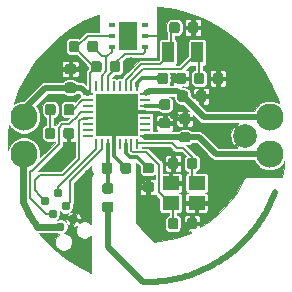
<source format=gbr>
G04 #@! TF.GenerationSoftware,KiCad,Pcbnew,6.0.0-rc1-unknown-181ce46~66~ubuntu18.04.1*
G04 #@! TF.CreationDate,2018-09-10T14:50:20+02:00*
G04 #@! TF.ProjectId,weather,776561746865722E6B696361645F7063,1.0*
G04 #@! TF.SameCoordinates,Original*
G04 #@! TF.FileFunction,Copper,L1,Top,Signal*
G04 #@! TF.FilePolarity,Positive*
%FSLAX46Y46*%
G04 Gerber Fmt 4.6, Leading zero omitted, Abs format (unit mm)*
G04 Created by KiCad (PCBNEW 6.0.0-rc1-unknown-181ce46~66~ubuntu18.04.1) date Mon Sep 10 14:50:20 2018*
%MOMM*%
%LPD*%
G01*
G04 APERTURE LIST*
G04 #@! TA.AperFunction,ComponentPad*
%ADD10C,2.000000*%
G04 #@! TD*
G04 #@! TA.AperFunction,Conductor*
%ADD11C,0.100000*%
G04 #@! TD*
G04 #@! TA.AperFunction,SMDPad,CuDef*
%ADD12C,0.875000*%
G04 #@! TD*
G04 #@! TA.AperFunction,ConnectorPad*
%ADD13C,0.787400*%
G04 #@! TD*
G04 #@! TA.AperFunction,ComponentPad*
%ADD14C,2.300000*%
G04 #@! TD*
G04 #@! TA.AperFunction,SMDPad,CuDef*
%ADD15R,1.000000X1.800000*%
G04 #@! TD*
G04 #@! TA.AperFunction,SMDPad,CuDef*
%ADD16R,1.400000X1.200000*%
G04 #@! TD*
G04 #@! TA.AperFunction,SMDPad,CuDef*
%ADD17R,1.500000X2.400000*%
G04 #@! TD*
G04 #@! TA.AperFunction,SMDPad,CuDef*
%ADD18R,0.600000X0.400000*%
G04 #@! TD*
G04 #@! TA.AperFunction,SMDPad,CuDef*
%ADD19R,0.250000X0.825000*%
G04 #@! TD*
G04 #@! TA.AperFunction,SMDPad,CuDef*
%ADD20R,0.825000X0.250000*%
G04 #@! TD*
G04 #@! TA.AperFunction,SMDPad,CuDef*
%ADD21R,3.600000X3.600000*%
G04 #@! TD*
G04 #@! TA.AperFunction,ViaPad*
%ADD22C,0.800000*%
G04 #@! TD*
G04 #@! TA.AperFunction,Conductor*
%ADD23C,0.200000*%
G04 #@! TD*
G04 #@! TA.AperFunction,Conductor*
%ADD24C,0.500000*%
G04 #@! TD*
G04 #@! TA.AperFunction,Conductor*
%ADD25C,0.300000*%
G04 #@! TD*
G04 #@! TA.AperFunction,Conductor*
%ADD26C,0.600000*%
G04 #@! TD*
G04 APERTURE END LIST*
D10*
G04 #@! TO.P,TP1,1*
G04 #@! TO.N,GNDREF*
X120525000Y-76275000D03*
G04 #@! TD*
D11*
G04 #@! TO.N,Net-(D1-Pad1)*
G04 #@! TO.C,R3*
G36*
X104227691Y-75576053D02*
X104248926Y-75579203D01*
X104269750Y-75584419D01*
X104289962Y-75591651D01*
X104309368Y-75600830D01*
X104327781Y-75611866D01*
X104345024Y-75624654D01*
X104360930Y-75639070D01*
X104375346Y-75654976D01*
X104388134Y-75672219D01*
X104399170Y-75690632D01*
X104408349Y-75710038D01*
X104415581Y-75730250D01*
X104420797Y-75751074D01*
X104423947Y-75772309D01*
X104425000Y-75793750D01*
X104425000Y-76306250D01*
X104423947Y-76327691D01*
X104420797Y-76348926D01*
X104415581Y-76369750D01*
X104408349Y-76389962D01*
X104399170Y-76409368D01*
X104388134Y-76427781D01*
X104375346Y-76445024D01*
X104360930Y-76460930D01*
X104345024Y-76475346D01*
X104327781Y-76488134D01*
X104309368Y-76499170D01*
X104289962Y-76508349D01*
X104269750Y-76515581D01*
X104248926Y-76520797D01*
X104227691Y-76523947D01*
X104206250Y-76525000D01*
X103768750Y-76525000D01*
X103747309Y-76523947D01*
X103726074Y-76520797D01*
X103705250Y-76515581D01*
X103685038Y-76508349D01*
X103665632Y-76499170D01*
X103647219Y-76488134D01*
X103629976Y-76475346D01*
X103614070Y-76460930D01*
X103599654Y-76445024D01*
X103586866Y-76427781D01*
X103575830Y-76409368D01*
X103566651Y-76389962D01*
X103559419Y-76369750D01*
X103554203Y-76348926D01*
X103551053Y-76327691D01*
X103550000Y-76306250D01*
X103550000Y-75793750D01*
X103551053Y-75772309D01*
X103554203Y-75751074D01*
X103559419Y-75730250D01*
X103566651Y-75710038D01*
X103575830Y-75690632D01*
X103586866Y-75672219D01*
X103599654Y-75654976D01*
X103614070Y-75639070D01*
X103629976Y-75624654D01*
X103647219Y-75611866D01*
X103665632Y-75600830D01*
X103685038Y-75591651D01*
X103705250Y-75584419D01*
X103726074Y-75579203D01*
X103747309Y-75576053D01*
X103768750Y-75575000D01*
X104206250Y-75575000D01*
X104227691Y-75576053D01*
X104227691Y-75576053D01*
G37*
D12*
G04 #@! TD*
G04 #@! TO.P,R3,2*
G04 #@! TO.N,Net-(D1-Pad1)*
X103987500Y-76050000D03*
D11*
G04 #@! TO.N,GNDREF*
G04 #@! TO.C,R3*
G36*
X105802691Y-75576053D02*
X105823926Y-75579203D01*
X105844750Y-75584419D01*
X105864962Y-75591651D01*
X105884368Y-75600830D01*
X105902781Y-75611866D01*
X105920024Y-75624654D01*
X105935930Y-75639070D01*
X105950346Y-75654976D01*
X105963134Y-75672219D01*
X105974170Y-75690632D01*
X105983349Y-75710038D01*
X105990581Y-75730250D01*
X105995797Y-75751074D01*
X105998947Y-75772309D01*
X106000000Y-75793750D01*
X106000000Y-76306250D01*
X105998947Y-76327691D01*
X105995797Y-76348926D01*
X105990581Y-76369750D01*
X105983349Y-76389962D01*
X105974170Y-76409368D01*
X105963134Y-76427781D01*
X105950346Y-76445024D01*
X105935930Y-76460930D01*
X105920024Y-76475346D01*
X105902781Y-76488134D01*
X105884368Y-76499170D01*
X105864962Y-76508349D01*
X105844750Y-76515581D01*
X105823926Y-76520797D01*
X105802691Y-76523947D01*
X105781250Y-76525000D01*
X105343750Y-76525000D01*
X105322309Y-76523947D01*
X105301074Y-76520797D01*
X105280250Y-76515581D01*
X105260038Y-76508349D01*
X105240632Y-76499170D01*
X105222219Y-76488134D01*
X105204976Y-76475346D01*
X105189070Y-76460930D01*
X105174654Y-76445024D01*
X105161866Y-76427781D01*
X105150830Y-76409368D01*
X105141651Y-76389962D01*
X105134419Y-76369750D01*
X105129203Y-76348926D01*
X105126053Y-76327691D01*
X105125000Y-76306250D01*
X105125000Y-75793750D01*
X105126053Y-75772309D01*
X105129203Y-75751074D01*
X105134419Y-75730250D01*
X105141651Y-75710038D01*
X105150830Y-75690632D01*
X105161866Y-75672219D01*
X105174654Y-75654976D01*
X105189070Y-75639070D01*
X105204976Y-75624654D01*
X105222219Y-75611866D01*
X105240632Y-75600830D01*
X105260038Y-75591651D01*
X105280250Y-75584419D01*
X105301074Y-75579203D01*
X105322309Y-75576053D01*
X105343750Y-75575000D01*
X105781250Y-75575000D01*
X105802691Y-75576053D01*
X105802691Y-75576053D01*
G37*
D12*
G04 #@! TD*
G04 #@! TO.P,R3,1*
G04 #@! TO.N,GNDREF*
X105562500Y-76050000D03*
D11*
G04 #@! TO.N,Net-(D1-Pad2)*
G04 #@! TO.C,D1*
G36*
X105827691Y-73576053D02*
X105848926Y-73579203D01*
X105869750Y-73584419D01*
X105889962Y-73591651D01*
X105909368Y-73600830D01*
X105927781Y-73611866D01*
X105945024Y-73624654D01*
X105960930Y-73639070D01*
X105975346Y-73654976D01*
X105988134Y-73672219D01*
X105999170Y-73690632D01*
X106008349Y-73710038D01*
X106015581Y-73730250D01*
X106020797Y-73751074D01*
X106023947Y-73772309D01*
X106025000Y-73793750D01*
X106025000Y-74306250D01*
X106023947Y-74327691D01*
X106020797Y-74348926D01*
X106015581Y-74369750D01*
X106008349Y-74389962D01*
X105999170Y-74409368D01*
X105988134Y-74427781D01*
X105975346Y-74445024D01*
X105960930Y-74460930D01*
X105945024Y-74475346D01*
X105927781Y-74488134D01*
X105909368Y-74499170D01*
X105889962Y-74508349D01*
X105869750Y-74515581D01*
X105848926Y-74520797D01*
X105827691Y-74523947D01*
X105806250Y-74525000D01*
X105368750Y-74525000D01*
X105347309Y-74523947D01*
X105326074Y-74520797D01*
X105305250Y-74515581D01*
X105285038Y-74508349D01*
X105265632Y-74499170D01*
X105247219Y-74488134D01*
X105229976Y-74475346D01*
X105214070Y-74460930D01*
X105199654Y-74445024D01*
X105186866Y-74427781D01*
X105175830Y-74409368D01*
X105166651Y-74389962D01*
X105159419Y-74369750D01*
X105154203Y-74348926D01*
X105151053Y-74327691D01*
X105150000Y-74306250D01*
X105150000Y-73793750D01*
X105151053Y-73772309D01*
X105154203Y-73751074D01*
X105159419Y-73730250D01*
X105166651Y-73710038D01*
X105175830Y-73690632D01*
X105186866Y-73672219D01*
X105199654Y-73654976D01*
X105214070Y-73639070D01*
X105229976Y-73624654D01*
X105247219Y-73611866D01*
X105265632Y-73600830D01*
X105285038Y-73591651D01*
X105305250Y-73584419D01*
X105326074Y-73579203D01*
X105347309Y-73576053D01*
X105368750Y-73575000D01*
X105806250Y-73575000D01*
X105827691Y-73576053D01*
X105827691Y-73576053D01*
G37*
D12*
G04 #@! TD*
G04 #@! TO.P,D1,2*
G04 #@! TO.N,Net-(D1-Pad2)*
X105587500Y-74050000D03*
D11*
G04 #@! TO.N,Net-(D1-Pad1)*
G04 #@! TO.C,D1*
G36*
X104252691Y-73576053D02*
X104273926Y-73579203D01*
X104294750Y-73584419D01*
X104314962Y-73591651D01*
X104334368Y-73600830D01*
X104352781Y-73611866D01*
X104370024Y-73624654D01*
X104385930Y-73639070D01*
X104400346Y-73654976D01*
X104413134Y-73672219D01*
X104424170Y-73690632D01*
X104433349Y-73710038D01*
X104440581Y-73730250D01*
X104445797Y-73751074D01*
X104448947Y-73772309D01*
X104450000Y-73793750D01*
X104450000Y-74306250D01*
X104448947Y-74327691D01*
X104445797Y-74348926D01*
X104440581Y-74369750D01*
X104433349Y-74389962D01*
X104424170Y-74409368D01*
X104413134Y-74427781D01*
X104400346Y-74445024D01*
X104385930Y-74460930D01*
X104370024Y-74475346D01*
X104352781Y-74488134D01*
X104334368Y-74499170D01*
X104314962Y-74508349D01*
X104294750Y-74515581D01*
X104273926Y-74520797D01*
X104252691Y-74523947D01*
X104231250Y-74525000D01*
X103793750Y-74525000D01*
X103772309Y-74523947D01*
X103751074Y-74520797D01*
X103730250Y-74515581D01*
X103710038Y-74508349D01*
X103690632Y-74499170D01*
X103672219Y-74488134D01*
X103654976Y-74475346D01*
X103639070Y-74460930D01*
X103624654Y-74445024D01*
X103611866Y-74427781D01*
X103600830Y-74409368D01*
X103591651Y-74389962D01*
X103584419Y-74369750D01*
X103579203Y-74348926D01*
X103576053Y-74327691D01*
X103575000Y-74306250D01*
X103575000Y-73793750D01*
X103576053Y-73772309D01*
X103579203Y-73751074D01*
X103584419Y-73730250D01*
X103591651Y-73710038D01*
X103600830Y-73690632D01*
X103611866Y-73672219D01*
X103624654Y-73654976D01*
X103639070Y-73639070D01*
X103654976Y-73624654D01*
X103672219Y-73611866D01*
X103690632Y-73600830D01*
X103710038Y-73591651D01*
X103730250Y-73584419D01*
X103751074Y-73579203D01*
X103772309Y-73576053D01*
X103793750Y-73575000D01*
X104231250Y-73575000D01*
X104252691Y-73576053D01*
X104252691Y-73576053D01*
G37*
D12*
G04 #@! TD*
G04 #@! TO.P,D1,1*
G04 #@! TO.N,Net-(D1-Pad1)*
X104012500Y-74050000D03*
D13*
G04 #@! TO.P,J1,6*
G04 #@! TO.N,GNDREF*
X105934926Y-83332352D03*
G04 #@! TO.P,J1,5*
G04 #@! TO.N,+BATT*
X104835074Y-83967352D03*
G04 #@! TO.P,J1,4*
G04 #@! TO.N,/SWDIO*
X105299926Y-82232500D03*
G04 #@! TO.P,J1,3*
G04 #@! TO.N,/TX*
X104200074Y-82867500D03*
G04 #@! TO.P,J1,2*
G04 #@! TO.N,/SWDCLK*
X104664926Y-81132648D03*
G04 #@! TO.P,J1,1*
G04 #@! TO.N,/RX*
X103565074Y-81767648D03*
G04 #@! TD*
D14*
G04 #@! TO.P,BT1,1*
G04 #@! TO.N,+BATT*
X101770000Y-74700000D03*
X101770000Y-77800000D03*
X122570000Y-77800000D03*
X122570000Y-74700000D03*
G04 #@! TD*
D11*
G04 #@! TO.N,GNDREF*
G04 #@! TO.C,C10*
G36*
X117027691Y-72426053D02*
X117048926Y-72429203D01*
X117069750Y-72434419D01*
X117089962Y-72441651D01*
X117109368Y-72450830D01*
X117127781Y-72461866D01*
X117145024Y-72474654D01*
X117160930Y-72489070D01*
X117175346Y-72504976D01*
X117188134Y-72522219D01*
X117199170Y-72540632D01*
X117208349Y-72560038D01*
X117215581Y-72580250D01*
X117220797Y-72601074D01*
X117223947Y-72622309D01*
X117225000Y-72643750D01*
X117225000Y-73156250D01*
X117223947Y-73177691D01*
X117220797Y-73198926D01*
X117215581Y-73219750D01*
X117208349Y-73239962D01*
X117199170Y-73259368D01*
X117188134Y-73277781D01*
X117175346Y-73295024D01*
X117160930Y-73310930D01*
X117145024Y-73325346D01*
X117127781Y-73338134D01*
X117109368Y-73349170D01*
X117089962Y-73358349D01*
X117069750Y-73365581D01*
X117048926Y-73370797D01*
X117027691Y-73373947D01*
X117006250Y-73375000D01*
X116568750Y-73375000D01*
X116547309Y-73373947D01*
X116526074Y-73370797D01*
X116505250Y-73365581D01*
X116485038Y-73358349D01*
X116465632Y-73349170D01*
X116447219Y-73338134D01*
X116429976Y-73325346D01*
X116414070Y-73310930D01*
X116399654Y-73295024D01*
X116386866Y-73277781D01*
X116375830Y-73259368D01*
X116366651Y-73239962D01*
X116359419Y-73219750D01*
X116354203Y-73198926D01*
X116351053Y-73177691D01*
X116350000Y-73156250D01*
X116350000Y-72643750D01*
X116351053Y-72622309D01*
X116354203Y-72601074D01*
X116359419Y-72580250D01*
X116366651Y-72560038D01*
X116375830Y-72540632D01*
X116386866Y-72522219D01*
X116399654Y-72504976D01*
X116414070Y-72489070D01*
X116429976Y-72474654D01*
X116447219Y-72461866D01*
X116465632Y-72450830D01*
X116485038Y-72441651D01*
X116505250Y-72434419D01*
X116526074Y-72429203D01*
X116547309Y-72426053D01*
X116568750Y-72425000D01*
X117006250Y-72425000D01*
X117027691Y-72426053D01*
X117027691Y-72426053D01*
G37*
D12*
G04 #@! TD*
G04 #@! TO.P,C10,2*
G04 #@! TO.N,GNDREF*
X116787500Y-72900000D03*
D11*
G04 #@! TO.N,+BATT*
G04 #@! TO.C,C10*
G36*
X115452691Y-72426053D02*
X115473926Y-72429203D01*
X115494750Y-72434419D01*
X115514962Y-72441651D01*
X115534368Y-72450830D01*
X115552781Y-72461866D01*
X115570024Y-72474654D01*
X115585930Y-72489070D01*
X115600346Y-72504976D01*
X115613134Y-72522219D01*
X115624170Y-72540632D01*
X115633349Y-72560038D01*
X115640581Y-72580250D01*
X115645797Y-72601074D01*
X115648947Y-72622309D01*
X115650000Y-72643750D01*
X115650000Y-73156250D01*
X115648947Y-73177691D01*
X115645797Y-73198926D01*
X115640581Y-73219750D01*
X115633349Y-73239962D01*
X115624170Y-73259368D01*
X115613134Y-73277781D01*
X115600346Y-73295024D01*
X115585930Y-73310930D01*
X115570024Y-73325346D01*
X115552781Y-73338134D01*
X115534368Y-73349170D01*
X115514962Y-73358349D01*
X115494750Y-73365581D01*
X115473926Y-73370797D01*
X115452691Y-73373947D01*
X115431250Y-73375000D01*
X114993750Y-73375000D01*
X114972309Y-73373947D01*
X114951074Y-73370797D01*
X114930250Y-73365581D01*
X114910038Y-73358349D01*
X114890632Y-73349170D01*
X114872219Y-73338134D01*
X114854976Y-73325346D01*
X114839070Y-73310930D01*
X114824654Y-73295024D01*
X114811866Y-73277781D01*
X114800830Y-73259368D01*
X114791651Y-73239962D01*
X114784419Y-73219750D01*
X114779203Y-73198926D01*
X114776053Y-73177691D01*
X114775000Y-73156250D01*
X114775000Y-72643750D01*
X114776053Y-72622309D01*
X114779203Y-72601074D01*
X114784419Y-72580250D01*
X114791651Y-72560038D01*
X114800830Y-72540632D01*
X114811866Y-72522219D01*
X114824654Y-72504976D01*
X114839070Y-72489070D01*
X114854976Y-72474654D01*
X114872219Y-72461866D01*
X114890632Y-72450830D01*
X114910038Y-72441651D01*
X114930250Y-72434419D01*
X114951074Y-72429203D01*
X114972309Y-72426053D01*
X114993750Y-72425000D01*
X115431250Y-72425000D01*
X115452691Y-72426053D01*
X115452691Y-72426053D01*
G37*
D12*
G04 #@! TD*
G04 #@! TO.P,C10,1*
G04 #@! TO.N,+BATT*
X115212500Y-72900000D03*
D11*
G04 #@! TO.N,+BATT*
G04 #@! TO.C,C11*
G36*
X105977691Y-71751053D02*
X105998926Y-71754203D01*
X106019750Y-71759419D01*
X106039962Y-71766651D01*
X106059368Y-71775830D01*
X106077781Y-71786866D01*
X106095024Y-71799654D01*
X106110930Y-71814070D01*
X106125346Y-71829976D01*
X106138134Y-71847219D01*
X106149170Y-71865632D01*
X106158349Y-71885038D01*
X106165581Y-71905250D01*
X106170797Y-71926074D01*
X106173947Y-71947309D01*
X106175000Y-71968750D01*
X106175000Y-72406250D01*
X106173947Y-72427691D01*
X106170797Y-72448926D01*
X106165581Y-72469750D01*
X106158349Y-72489962D01*
X106149170Y-72509368D01*
X106138134Y-72527781D01*
X106125346Y-72545024D01*
X106110930Y-72560930D01*
X106095024Y-72575346D01*
X106077781Y-72588134D01*
X106059368Y-72599170D01*
X106039962Y-72608349D01*
X106019750Y-72615581D01*
X105998926Y-72620797D01*
X105977691Y-72623947D01*
X105956250Y-72625000D01*
X105443750Y-72625000D01*
X105422309Y-72623947D01*
X105401074Y-72620797D01*
X105380250Y-72615581D01*
X105360038Y-72608349D01*
X105340632Y-72599170D01*
X105322219Y-72588134D01*
X105304976Y-72575346D01*
X105289070Y-72560930D01*
X105274654Y-72545024D01*
X105261866Y-72527781D01*
X105250830Y-72509368D01*
X105241651Y-72489962D01*
X105234419Y-72469750D01*
X105229203Y-72448926D01*
X105226053Y-72427691D01*
X105225000Y-72406250D01*
X105225000Y-71968750D01*
X105226053Y-71947309D01*
X105229203Y-71926074D01*
X105234419Y-71905250D01*
X105241651Y-71885038D01*
X105250830Y-71865632D01*
X105261866Y-71847219D01*
X105274654Y-71829976D01*
X105289070Y-71814070D01*
X105304976Y-71799654D01*
X105322219Y-71786866D01*
X105340632Y-71775830D01*
X105360038Y-71766651D01*
X105380250Y-71759419D01*
X105401074Y-71754203D01*
X105422309Y-71751053D01*
X105443750Y-71750000D01*
X105956250Y-71750000D01*
X105977691Y-71751053D01*
X105977691Y-71751053D01*
G37*
D12*
G04 #@! TD*
G04 #@! TO.P,C11,1*
G04 #@! TO.N,+BATT*
X105700000Y-72187500D03*
D11*
G04 #@! TO.N,GNDREF*
G04 #@! TO.C,C11*
G36*
X105977691Y-70176053D02*
X105998926Y-70179203D01*
X106019750Y-70184419D01*
X106039962Y-70191651D01*
X106059368Y-70200830D01*
X106077781Y-70211866D01*
X106095024Y-70224654D01*
X106110930Y-70239070D01*
X106125346Y-70254976D01*
X106138134Y-70272219D01*
X106149170Y-70290632D01*
X106158349Y-70310038D01*
X106165581Y-70330250D01*
X106170797Y-70351074D01*
X106173947Y-70372309D01*
X106175000Y-70393750D01*
X106175000Y-70831250D01*
X106173947Y-70852691D01*
X106170797Y-70873926D01*
X106165581Y-70894750D01*
X106158349Y-70914962D01*
X106149170Y-70934368D01*
X106138134Y-70952781D01*
X106125346Y-70970024D01*
X106110930Y-70985930D01*
X106095024Y-71000346D01*
X106077781Y-71013134D01*
X106059368Y-71024170D01*
X106039962Y-71033349D01*
X106019750Y-71040581D01*
X105998926Y-71045797D01*
X105977691Y-71048947D01*
X105956250Y-71050000D01*
X105443750Y-71050000D01*
X105422309Y-71048947D01*
X105401074Y-71045797D01*
X105380250Y-71040581D01*
X105360038Y-71033349D01*
X105340632Y-71024170D01*
X105322219Y-71013134D01*
X105304976Y-71000346D01*
X105289070Y-70985930D01*
X105274654Y-70970024D01*
X105261866Y-70952781D01*
X105250830Y-70934368D01*
X105241651Y-70914962D01*
X105234419Y-70894750D01*
X105229203Y-70873926D01*
X105226053Y-70852691D01*
X105225000Y-70831250D01*
X105225000Y-70393750D01*
X105226053Y-70372309D01*
X105229203Y-70351074D01*
X105234419Y-70330250D01*
X105241651Y-70310038D01*
X105250830Y-70290632D01*
X105261866Y-70272219D01*
X105274654Y-70254976D01*
X105289070Y-70239070D01*
X105304976Y-70224654D01*
X105322219Y-70211866D01*
X105340632Y-70200830D01*
X105360038Y-70191651D01*
X105380250Y-70184419D01*
X105401074Y-70179203D01*
X105422309Y-70176053D01*
X105443750Y-70175000D01*
X105956250Y-70175000D01*
X105977691Y-70176053D01*
X105977691Y-70176053D01*
G37*
D12*
G04 #@! TD*
G04 #@! TO.P,C11,2*
G04 #@! TO.N,GNDREF*
X105700000Y-70612500D03*
D15*
G04 #@! TO.P,Y2,1*
G04 #@! TO.N,Net-(C9-Pad2)*
X113950000Y-69200000D03*
G04 #@! TO.P,Y2,2*
G04 #@! TO.N,Net-(C8-Pad2)*
X116450000Y-69200000D03*
G04 #@! TD*
D16*
G04 #@! TO.P,Y1,1*
G04 #@! TO.N,Net-(C1-Pad1)*
X114200000Y-81950000D03*
G04 #@! TO.P,Y1,2*
G04 #@! TO.N,GNDREF*
X116400000Y-81950000D03*
G04 #@! TO.P,Y1,3*
G04 #@! TO.N,Net-(C2-Pad1)*
X116400000Y-80250000D03*
G04 #@! TO.P,Y1,4*
G04 #@! TO.N,GNDREF*
X114200000Y-80250000D03*
G04 #@! TD*
D11*
G04 #@! TO.N,Net-(C8-Pad2)*
G04 #@! TO.C,C8*
G36*
X116852691Y-70926053D02*
X116873926Y-70929203D01*
X116894750Y-70934419D01*
X116914962Y-70941651D01*
X116934368Y-70950830D01*
X116952781Y-70961866D01*
X116970024Y-70974654D01*
X116985930Y-70989070D01*
X117000346Y-71004976D01*
X117013134Y-71022219D01*
X117024170Y-71040632D01*
X117033349Y-71060038D01*
X117040581Y-71080250D01*
X117045797Y-71101074D01*
X117048947Y-71122309D01*
X117050000Y-71143750D01*
X117050000Y-71656250D01*
X117048947Y-71677691D01*
X117045797Y-71698926D01*
X117040581Y-71719750D01*
X117033349Y-71739962D01*
X117024170Y-71759368D01*
X117013134Y-71777781D01*
X117000346Y-71795024D01*
X116985930Y-71810930D01*
X116970024Y-71825346D01*
X116952781Y-71838134D01*
X116934368Y-71849170D01*
X116914962Y-71858349D01*
X116894750Y-71865581D01*
X116873926Y-71870797D01*
X116852691Y-71873947D01*
X116831250Y-71875000D01*
X116393750Y-71875000D01*
X116372309Y-71873947D01*
X116351074Y-71870797D01*
X116330250Y-71865581D01*
X116310038Y-71858349D01*
X116290632Y-71849170D01*
X116272219Y-71838134D01*
X116254976Y-71825346D01*
X116239070Y-71810930D01*
X116224654Y-71795024D01*
X116211866Y-71777781D01*
X116200830Y-71759368D01*
X116191651Y-71739962D01*
X116184419Y-71719750D01*
X116179203Y-71698926D01*
X116176053Y-71677691D01*
X116175000Y-71656250D01*
X116175000Y-71143750D01*
X116176053Y-71122309D01*
X116179203Y-71101074D01*
X116184419Y-71080250D01*
X116191651Y-71060038D01*
X116200830Y-71040632D01*
X116211866Y-71022219D01*
X116224654Y-71004976D01*
X116239070Y-70989070D01*
X116254976Y-70974654D01*
X116272219Y-70961866D01*
X116290632Y-70950830D01*
X116310038Y-70941651D01*
X116330250Y-70934419D01*
X116351074Y-70929203D01*
X116372309Y-70926053D01*
X116393750Y-70925000D01*
X116831250Y-70925000D01*
X116852691Y-70926053D01*
X116852691Y-70926053D01*
G37*
D12*
G04 #@! TD*
G04 #@! TO.P,C8,2*
G04 #@! TO.N,Net-(C8-Pad2)*
X116612500Y-71400000D03*
D11*
G04 #@! TO.N,GNDREF*
G04 #@! TO.C,C8*
G36*
X118427691Y-70926053D02*
X118448926Y-70929203D01*
X118469750Y-70934419D01*
X118489962Y-70941651D01*
X118509368Y-70950830D01*
X118527781Y-70961866D01*
X118545024Y-70974654D01*
X118560930Y-70989070D01*
X118575346Y-71004976D01*
X118588134Y-71022219D01*
X118599170Y-71040632D01*
X118608349Y-71060038D01*
X118615581Y-71080250D01*
X118620797Y-71101074D01*
X118623947Y-71122309D01*
X118625000Y-71143750D01*
X118625000Y-71656250D01*
X118623947Y-71677691D01*
X118620797Y-71698926D01*
X118615581Y-71719750D01*
X118608349Y-71739962D01*
X118599170Y-71759368D01*
X118588134Y-71777781D01*
X118575346Y-71795024D01*
X118560930Y-71810930D01*
X118545024Y-71825346D01*
X118527781Y-71838134D01*
X118509368Y-71849170D01*
X118489962Y-71858349D01*
X118469750Y-71865581D01*
X118448926Y-71870797D01*
X118427691Y-71873947D01*
X118406250Y-71875000D01*
X117968750Y-71875000D01*
X117947309Y-71873947D01*
X117926074Y-71870797D01*
X117905250Y-71865581D01*
X117885038Y-71858349D01*
X117865632Y-71849170D01*
X117847219Y-71838134D01*
X117829976Y-71825346D01*
X117814070Y-71810930D01*
X117799654Y-71795024D01*
X117786866Y-71777781D01*
X117775830Y-71759368D01*
X117766651Y-71739962D01*
X117759419Y-71719750D01*
X117754203Y-71698926D01*
X117751053Y-71677691D01*
X117750000Y-71656250D01*
X117750000Y-71143750D01*
X117751053Y-71122309D01*
X117754203Y-71101074D01*
X117759419Y-71080250D01*
X117766651Y-71060038D01*
X117775830Y-71040632D01*
X117786866Y-71022219D01*
X117799654Y-71004976D01*
X117814070Y-70989070D01*
X117829976Y-70974654D01*
X117847219Y-70961866D01*
X117865632Y-70950830D01*
X117885038Y-70941651D01*
X117905250Y-70934419D01*
X117926074Y-70929203D01*
X117947309Y-70926053D01*
X117968750Y-70925000D01*
X118406250Y-70925000D01*
X118427691Y-70926053D01*
X118427691Y-70926053D01*
G37*
D12*
G04 #@! TD*
G04 #@! TO.P,C8,1*
G04 #@! TO.N,GNDREF*
X118187500Y-71400000D03*
D11*
G04 #@! TO.N,GNDREF*
G04 #@! TO.C,C9*
G36*
X116327691Y-66626053D02*
X116348926Y-66629203D01*
X116369750Y-66634419D01*
X116389962Y-66641651D01*
X116409368Y-66650830D01*
X116427781Y-66661866D01*
X116445024Y-66674654D01*
X116460930Y-66689070D01*
X116475346Y-66704976D01*
X116488134Y-66722219D01*
X116499170Y-66740632D01*
X116508349Y-66760038D01*
X116515581Y-66780250D01*
X116520797Y-66801074D01*
X116523947Y-66822309D01*
X116525000Y-66843750D01*
X116525000Y-67356250D01*
X116523947Y-67377691D01*
X116520797Y-67398926D01*
X116515581Y-67419750D01*
X116508349Y-67439962D01*
X116499170Y-67459368D01*
X116488134Y-67477781D01*
X116475346Y-67495024D01*
X116460930Y-67510930D01*
X116445024Y-67525346D01*
X116427781Y-67538134D01*
X116409368Y-67549170D01*
X116389962Y-67558349D01*
X116369750Y-67565581D01*
X116348926Y-67570797D01*
X116327691Y-67573947D01*
X116306250Y-67575000D01*
X115868750Y-67575000D01*
X115847309Y-67573947D01*
X115826074Y-67570797D01*
X115805250Y-67565581D01*
X115785038Y-67558349D01*
X115765632Y-67549170D01*
X115747219Y-67538134D01*
X115729976Y-67525346D01*
X115714070Y-67510930D01*
X115699654Y-67495024D01*
X115686866Y-67477781D01*
X115675830Y-67459368D01*
X115666651Y-67439962D01*
X115659419Y-67419750D01*
X115654203Y-67398926D01*
X115651053Y-67377691D01*
X115650000Y-67356250D01*
X115650000Y-66843750D01*
X115651053Y-66822309D01*
X115654203Y-66801074D01*
X115659419Y-66780250D01*
X115666651Y-66760038D01*
X115675830Y-66740632D01*
X115686866Y-66722219D01*
X115699654Y-66704976D01*
X115714070Y-66689070D01*
X115729976Y-66674654D01*
X115747219Y-66661866D01*
X115765632Y-66650830D01*
X115785038Y-66641651D01*
X115805250Y-66634419D01*
X115826074Y-66629203D01*
X115847309Y-66626053D01*
X115868750Y-66625000D01*
X116306250Y-66625000D01*
X116327691Y-66626053D01*
X116327691Y-66626053D01*
G37*
D12*
G04 #@! TD*
G04 #@! TO.P,C9,1*
G04 #@! TO.N,GNDREF*
X116087500Y-67100000D03*
D11*
G04 #@! TO.N,Net-(C9-Pad2)*
G04 #@! TO.C,C9*
G36*
X114752691Y-66626053D02*
X114773926Y-66629203D01*
X114794750Y-66634419D01*
X114814962Y-66641651D01*
X114834368Y-66650830D01*
X114852781Y-66661866D01*
X114870024Y-66674654D01*
X114885930Y-66689070D01*
X114900346Y-66704976D01*
X114913134Y-66722219D01*
X114924170Y-66740632D01*
X114933349Y-66760038D01*
X114940581Y-66780250D01*
X114945797Y-66801074D01*
X114948947Y-66822309D01*
X114950000Y-66843750D01*
X114950000Y-67356250D01*
X114948947Y-67377691D01*
X114945797Y-67398926D01*
X114940581Y-67419750D01*
X114933349Y-67439962D01*
X114924170Y-67459368D01*
X114913134Y-67477781D01*
X114900346Y-67495024D01*
X114885930Y-67510930D01*
X114870024Y-67525346D01*
X114852781Y-67538134D01*
X114834368Y-67549170D01*
X114814962Y-67558349D01*
X114794750Y-67565581D01*
X114773926Y-67570797D01*
X114752691Y-67573947D01*
X114731250Y-67575000D01*
X114293750Y-67575000D01*
X114272309Y-67573947D01*
X114251074Y-67570797D01*
X114230250Y-67565581D01*
X114210038Y-67558349D01*
X114190632Y-67549170D01*
X114172219Y-67538134D01*
X114154976Y-67525346D01*
X114139070Y-67510930D01*
X114124654Y-67495024D01*
X114111866Y-67477781D01*
X114100830Y-67459368D01*
X114091651Y-67439962D01*
X114084419Y-67419750D01*
X114079203Y-67398926D01*
X114076053Y-67377691D01*
X114075000Y-67356250D01*
X114075000Y-66843750D01*
X114076053Y-66822309D01*
X114079203Y-66801074D01*
X114084419Y-66780250D01*
X114091651Y-66760038D01*
X114100830Y-66740632D01*
X114111866Y-66722219D01*
X114124654Y-66704976D01*
X114139070Y-66689070D01*
X114154976Y-66674654D01*
X114172219Y-66661866D01*
X114190632Y-66650830D01*
X114210038Y-66641651D01*
X114230250Y-66634419D01*
X114251074Y-66629203D01*
X114272309Y-66626053D01*
X114293750Y-66625000D01*
X114731250Y-66625000D01*
X114752691Y-66626053D01*
X114752691Y-66626053D01*
G37*
D12*
G04 #@! TD*
G04 #@! TO.P,C9,2*
G04 #@! TO.N,Net-(C9-Pad2)*
X114512500Y-67100000D03*
D17*
G04 #@! TO.P,U2,7*
G04 #@! TO.N,Net-(U2-Pad7)*
X110600000Y-67800000D03*
D18*
G04 #@! TO.P,U2,1*
G04 #@! TO.N,/SDA*
X112000000Y-68750000D03*
G04 #@! TO.P,U2,2*
G04 #@! TO.N,GNDREF*
X112000000Y-67800000D03*
G04 #@! TO.P,U2,3*
G04 #@! TO.N,Net-(U2-Pad3)*
X112000000Y-66850000D03*
G04 #@! TO.P,U2,4*
G04 #@! TO.N,Net-(U2-Pad4)*
X109200000Y-66850000D03*
G04 #@! TO.P,U2,5*
G04 #@! TO.N,+BATT*
X109200000Y-67800000D03*
G04 #@! TO.P,U2,6*
G04 #@! TO.N,/SCL*
X109200000Y-68750000D03*
G04 #@! TD*
D11*
G04 #@! TO.N,/SCL*
G04 #@! TO.C,R1*
G36*
X107827691Y-68226053D02*
X107848926Y-68229203D01*
X107869750Y-68234419D01*
X107889962Y-68241651D01*
X107909368Y-68250830D01*
X107927781Y-68261866D01*
X107945024Y-68274654D01*
X107960930Y-68289070D01*
X107975346Y-68304976D01*
X107988134Y-68322219D01*
X107999170Y-68340632D01*
X108008349Y-68360038D01*
X108015581Y-68380250D01*
X108020797Y-68401074D01*
X108023947Y-68422309D01*
X108025000Y-68443750D01*
X108025000Y-68956250D01*
X108023947Y-68977691D01*
X108020797Y-68998926D01*
X108015581Y-69019750D01*
X108008349Y-69039962D01*
X107999170Y-69059368D01*
X107988134Y-69077781D01*
X107975346Y-69095024D01*
X107960930Y-69110930D01*
X107945024Y-69125346D01*
X107927781Y-69138134D01*
X107909368Y-69149170D01*
X107889962Y-69158349D01*
X107869750Y-69165581D01*
X107848926Y-69170797D01*
X107827691Y-69173947D01*
X107806250Y-69175000D01*
X107368750Y-69175000D01*
X107347309Y-69173947D01*
X107326074Y-69170797D01*
X107305250Y-69165581D01*
X107285038Y-69158349D01*
X107265632Y-69149170D01*
X107247219Y-69138134D01*
X107229976Y-69125346D01*
X107214070Y-69110930D01*
X107199654Y-69095024D01*
X107186866Y-69077781D01*
X107175830Y-69059368D01*
X107166651Y-69039962D01*
X107159419Y-69019750D01*
X107154203Y-68998926D01*
X107151053Y-68977691D01*
X107150000Y-68956250D01*
X107150000Y-68443750D01*
X107151053Y-68422309D01*
X107154203Y-68401074D01*
X107159419Y-68380250D01*
X107166651Y-68360038D01*
X107175830Y-68340632D01*
X107186866Y-68322219D01*
X107199654Y-68304976D01*
X107214070Y-68289070D01*
X107229976Y-68274654D01*
X107247219Y-68261866D01*
X107265632Y-68250830D01*
X107285038Y-68241651D01*
X107305250Y-68234419D01*
X107326074Y-68229203D01*
X107347309Y-68226053D01*
X107368750Y-68225000D01*
X107806250Y-68225000D01*
X107827691Y-68226053D01*
X107827691Y-68226053D01*
G37*
D12*
G04 #@! TD*
G04 #@! TO.P,R1,2*
G04 #@! TO.N,/SCL*
X107587500Y-68700000D03*
D11*
G04 #@! TO.N,+BATT*
G04 #@! TO.C,R1*
G36*
X106252691Y-68226053D02*
X106273926Y-68229203D01*
X106294750Y-68234419D01*
X106314962Y-68241651D01*
X106334368Y-68250830D01*
X106352781Y-68261866D01*
X106370024Y-68274654D01*
X106385930Y-68289070D01*
X106400346Y-68304976D01*
X106413134Y-68322219D01*
X106424170Y-68340632D01*
X106433349Y-68360038D01*
X106440581Y-68380250D01*
X106445797Y-68401074D01*
X106448947Y-68422309D01*
X106450000Y-68443750D01*
X106450000Y-68956250D01*
X106448947Y-68977691D01*
X106445797Y-68998926D01*
X106440581Y-69019750D01*
X106433349Y-69039962D01*
X106424170Y-69059368D01*
X106413134Y-69077781D01*
X106400346Y-69095024D01*
X106385930Y-69110930D01*
X106370024Y-69125346D01*
X106352781Y-69138134D01*
X106334368Y-69149170D01*
X106314962Y-69158349D01*
X106294750Y-69165581D01*
X106273926Y-69170797D01*
X106252691Y-69173947D01*
X106231250Y-69175000D01*
X105793750Y-69175000D01*
X105772309Y-69173947D01*
X105751074Y-69170797D01*
X105730250Y-69165581D01*
X105710038Y-69158349D01*
X105690632Y-69149170D01*
X105672219Y-69138134D01*
X105654976Y-69125346D01*
X105639070Y-69110930D01*
X105624654Y-69095024D01*
X105611866Y-69077781D01*
X105600830Y-69059368D01*
X105591651Y-69039962D01*
X105584419Y-69019750D01*
X105579203Y-68998926D01*
X105576053Y-68977691D01*
X105575000Y-68956250D01*
X105575000Y-68443750D01*
X105576053Y-68422309D01*
X105579203Y-68401074D01*
X105584419Y-68380250D01*
X105591651Y-68360038D01*
X105600830Y-68340632D01*
X105611866Y-68322219D01*
X105624654Y-68304976D01*
X105639070Y-68289070D01*
X105654976Y-68274654D01*
X105672219Y-68261866D01*
X105690632Y-68250830D01*
X105710038Y-68241651D01*
X105730250Y-68234419D01*
X105751074Y-68229203D01*
X105772309Y-68226053D01*
X105793750Y-68225000D01*
X106231250Y-68225000D01*
X106252691Y-68226053D01*
X106252691Y-68226053D01*
G37*
D12*
G04 #@! TD*
G04 #@! TO.P,R1,1*
G04 #@! TO.N,+BATT*
X106012500Y-68700000D03*
D11*
G04 #@! TO.N,+BATT*
G04 #@! TO.C,R2*
G36*
X108152691Y-69926053D02*
X108173926Y-69929203D01*
X108194750Y-69934419D01*
X108214962Y-69941651D01*
X108234368Y-69950830D01*
X108252781Y-69961866D01*
X108270024Y-69974654D01*
X108285930Y-69989070D01*
X108300346Y-70004976D01*
X108313134Y-70022219D01*
X108324170Y-70040632D01*
X108333349Y-70060038D01*
X108340581Y-70080250D01*
X108345797Y-70101074D01*
X108348947Y-70122309D01*
X108350000Y-70143750D01*
X108350000Y-70656250D01*
X108348947Y-70677691D01*
X108345797Y-70698926D01*
X108340581Y-70719750D01*
X108333349Y-70739962D01*
X108324170Y-70759368D01*
X108313134Y-70777781D01*
X108300346Y-70795024D01*
X108285930Y-70810930D01*
X108270024Y-70825346D01*
X108252781Y-70838134D01*
X108234368Y-70849170D01*
X108214962Y-70858349D01*
X108194750Y-70865581D01*
X108173926Y-70870797D01*
X108152691Y-70873947D01*
X108131250Y-70875000D01*
X107693750Y-70875000D01*
X107672309Y-70873947D01*
X107651074Y-70870797D01*
X107630250Y-70865581D01*
X107610038Y-70858349D01*
X107590632Y-70849170D01*
X107572219Y-70838134D01*
X107554976Y-70825346D01*
X107539070Y-70810930D01*
X107524654Y-70795024D01*
X107511866Y-70777781D01*
X107500830Y-70759368D01*
X107491651Y-70739962D01*
X107484419Y-70719750D01*
X107479203Y-70698926D01*
X107476053Y-70677691D01*
X107475000Y-70656250D01*
X107475000Y-70143750D01*
X107476053Y-70122309D01*
X107479203Y-70101074D01*
X107484419Y-70080250D01*
X107491651Y-70060038D01*
X107500830Y-70040632D01*
X107511866Y-70022219D01*
X107524654Y-70004976D01*
X107539070Y-69989070D01*
X107554976Y-69974654D01*
X107572219Y-69961866D01*
X107590632Y-69950830D01*
X107610038Y-69941651D01*
X107630250Y-69934419D01*
X107651074Y-69929203D01*
X107672309Y-69926053D01*
X107693750Y-69925000D01*
X108131250Y-69925000D01*
X108152691Y-69926053D01*
X108152691Y-69926053D01*
G37*
D12*
G04 #@! TD*
G04 #@! TO.P,R2,1*
G04 #@! TO.N,+BATT*
X107912500Y-70400000D03*
D11*
G04 #@! TO.N,/SDA*
G04 #@! TO.C,R2*
G36*
X109727691Y-69926053D02*
X109748926Y-69929203D01*
X109769750Y-69934419D01*
X109789962Y-69941651D01*
X109809368Y-69950830D01*
X109827781Y-69961866D01*
X109845024Y-69974654D01*
X109860930Y-69989070D01*
X109875346Y-70004976D01*
X109888134Y-70022219D01*
X109899170Y-70040632D01*
X109908349Y-70060038D01*
X109915581Y-70080250D01*
X109920797Y-70101074D01*
X109923947Y-70122309D01*
X109925000Y-70143750D01*
X109925000Y-70656250D01*
X109923947Y-70677691D01*
X109920797Y-70698926D01*
X109915581Y-70719750D01*
X109908349Y-70739962D01*
X109899170Y-70759368D01*
X109888134Y-70777781D01*
X109875346Y-70795024D01*
X109860930Y-70810930D01*
X109845024Y-70825346D01*
X109827781Y-70838134D01*
X109809368Y-70849170D01*
X109789962Y-70858349D01*
X109769750Y-70865581D01*
X109748926Y-70870797D01*
X109727691Y-70873947D01*
X109706250Y-70875000D01*
X109268750Y-70875000D01*
X109247309Y-70873947D01*
X109226074Y-70870797D01*
X109205250Y-70865581D01*
X109185038Y-70858349D01*
X109165632Y-70849170D01*
X109147219Y-70838134D01*
X109129976Y-70825346D01*
X109114070Y-70810930D01*
X109099654Y-70795024D01*
X109086866Y-70777781D01*
X109075830Y-70759368D01*
X109066651Y-70739962D01*
X109059419Y-70719750D01*
X109054203Y-70698926D01*
X109051053Y-70677691D01*
X109050000Y-70656250D01*
X109050000Y-70143750D01*
X109051053Y-70122309D01*
X109054203Y-70101074D01*
X109059419Y-70080250D01*
X109066651Y-70060038D01*
X109075830Y-70040632D01*
X109086866Y-70022219D01*
X109099654Y-70004976D01*
X109114070Y-69989070D01*
X109129976Y-69974654D01*
X109147219Y-69961866D01*
X109165632Y-69950830D01*
X109185038Y-69941651D01*
X109205250Y-69934419D01*
X109226074Y-69929203D01*
X109247309Y-69926053D01*
X109268750Y-69925000D01*
X109706250Y-69925000D01*
X109727691Y-69926053D01*
X109727691Y-69926053D01*
G37*
D12*
G04 #@! TD*
G04 #@! TO.P,R2,2*
G04 #@! TO.N,/SDA*
X109487500Y-70400000D03*
D11*
G04 #@! TO.N,GNDREF*
G04 #@! TO.C,C1*
G36*
X116227691Y-83226053D02*
X116248926Y-83229203D01*
X116269750Y-83234419D01*
X116289962Y-83241651D01*
X116309368Y-83250830D01*
X116327781Y-83261866D01*
X116345024Y-83274654D01*
X116360930Y-83289070D01*
X116375346Y-83304976D01*
X116388134Y-83322219D01*
X116399170Y-83340632D01*
X116408349Y-83360038D01*
X116415581Y-83380250D01*
X116420797Y-83401074D01*
X116423947Y-83422309D01*
X116425000Y-83443750D01*
X116425000Y-83956250D01*
X116423947Y-83977691D01*
X116420797Y-83998926D01*
X116415581Y-84019750D01*
X116408349Y-84039962D01*
X116399170Y-84059368D01*
X116388134Y-84077781D01*
X116375346Y-84095024D01*
X116360930Y-84110930D01*
X116345024Y-84125346D01*
X116327781Y-84138134D01*
X116309368Y-84149170D01*
X116289962Y-84158349D01*
X116269750Y-84165581D01*
X116248926Y-84170797D01*
X116227691Y-84173947D01*
X116206250Y-84175000D01*
X115768750Y-84175000D01*
X115747309Y-84173947D01*
X115726074Y-84170797D01*
X115705250Y-84165581D01*
X115685038Y-84158349D01*
X115665632Y-84149170D01*
X115647219Y-84138134D01*
X115629976Y-84125346D01*
X115614070Y-84110930D01*
X115599654Y-84095024D01*
X115586866Y-84077781D01*
X115575830Y-84059368D01*
X115566651Y-84039962D01*
X115559419Y-84019750D01*
X115554203Y-83998926D01*
X115551053Y-83977691D01*
X115550000Y-83956250D01*
X115550000Y-83443750D01*
X115551053Y-83422309D01*
X115554203Y-83401074D01*
X115559419Y-83380250D01*
X115566651Y-83360038D01*
X115575830Y-83340632D01*
X115586866Y-83322219D01*
X115599654Y-83304976D01*
X115614070Y-83289070D01*
X115629976Y-83274654D01*
X115647219Y-83261866D01*
X115665632Y-83250830D01*
X115685038Y-83241651D01*
X115705250Y-83234419D01*
X115726074Y-83229203D01*
X115747309Y-83226053D01*
X115768750Y-83225000D01*
X116206250Y-83225000D01*
X116227691Y-83226053D01*
X116227691Y-83226053D01*
G37*
D12*
G04 #@! TD*
G04 #@! TO.P,C1,2*
G04 #@! TO.N,GNDREF*
X115987500Y-83700000D03*
D11*
G04 #@! TO.N,Net-(C1-Pad1)*
G04 #@! TO.C,C1*
G36*
X114652691Y-83226053D02*
X114673926Y-83229203D01*
X114694750Y-83234419D01*
X114714962Y-83241651D01*
X114734368Y-83250830D01*
X114752781Y-83261866D01*
X114770024Y-83274654D01*
X114785930Y-83289070D01*
X114800346Y-83304976D01*
X114813134Y-83322219D01*
X114824170Y-83340632D01*
X114833349Y-83360038D01*
X114840581Y-83380250D01*
X114845797Y-83401074D01*
X114848947Y-83422309D01*
X114850000Y-83443750D01*
X114850000Y-83956250D01*
X114848947Y-83977691D01*
X114845797Y-83998926D01*
X114840581Y-84019750D01*
X114833349Y-84039962D01*
X114824170Y-84059368D01*
X114813134Y-84077781D01*
X114800346Y-84095024D01*
X114785930Y-84110930D01*
X114770024Y-84125346D01*
X114752781Y-84138134D01*
X114734368Y-84149170D01*
X114714962Y-84158349D01*
X114694750Y-84165581D01*
X114673926Y-84170797D01*
X114652691Y-84173947D01*
X114631250Y-84175000D01*
X114193750Y-84175000D01*
X114172309Y-84173947D01*
X114151074Y-84170797D01*
X114130250Y-84165581D01*
X114110038Y-84158349D01*
X114090632Y-84149170D01*
X114072219Y-84138134D01*
X114054976Y-84125346D01*
X114039070Y-84110930D01*
X114024654Y-84095024D01*
X114011866Y-84077781D01*
X114000830Y-84059368D01*
X113991651Y-84039962D01*
X113984419Y-84019750D01*
X113979203Y-83998926D01*
X113976053Y-83977691D01*
X113975000Y-83956250D01*
X113975000Y-83443750D01*
X113976053Y-83422309D01*
X113979203Y-83401074D01*
X113984419Y-83380250D01*
X113991651Y-83360038D01*
X114000830Y-83340632D01*
X114011866Y-83322219D01*
X114024654Y-83304976D01*
X114039070Y-83289070D01*
X114054976Y-83274654D01*
X114072219Y-83261866D01*
X114090632Y-83250830D01*
X114110038Y-83241651D01*
X114130250Y-83234419D01*
X114151074Y-83229203D01*
X114172309Y-83226053D01*
X114193750Y-83225000D01*
X114631250Y-83225000D01*
X114652691Y-83226053D01*
X114652691Y-83226053D01*
G37*
D12*
G04 #@! TD*
G04 #@! TO.P,C1,1*
G04 #@! TO.N,Net-(C1-Pad1)*
X114412500Y-83700000D03*
D11*
G04 #@! TO.N,Net-(C2-Pad1)*
G04 #@! TO.C,C2*
G36*
X116227691Y-78126053D02*
X116248926Y-78129203D01*
X116269750Y-78134419D01*
X116289962Y-78141651D01*
X116309368Y-78150830D01*
X116327781Y-78161866D01*
X116345024Y-78174654D01*
X116360930Y-78189070D01*
X116375346Y-78204976D01*
X116388134Y-78222219D01*
X116399170Y-78240632D01*
X116408349Y-78260038D01*
X116415581Y-78280250D01*
X116420797Y-78301074D01*
X116423947Y-78322309D01*
X116425000Y-78343750D01*
X116425000Y-78856250D01*
X116423947Y-78877691D01*
X116420797Y-78898926D01*
X116415581Y-78919750D01*
X116408349Y-78939962D01*
X116399170Y-78959368D01*
X116388134Y-78977781D01*
X116375346Y-78995024D01*
X116360930Y-79010930D01*
X116345024Y-79025346D01*
X116327781Y-79038134D01*
X116309368Y-79049170D01*
X116289962Y-79058349D01*
X116269750Y-79065581D01*
X116248926Y-79070797D01*
X116227691Y-79073947D01*
X116206250Y-79075000D01*
X115768750Y-79075000D01*
X115747309Y-79073947D01*
X115726074Y-79070797D01*
X115705250Y-79065581D01*
X115685038Y-79058349D01*
X115665632Y-79049170D01*
X115647219Y-79038134D01*
X115629976Y-79025346D01*
X115614070Y-79010930D01*
X115599654Y-78995024D01*
X115586866Y-78977781D01*
X115575830Y-78959368D01*
X115566651Y-78939962D01*
X115559419Y-78919750D01*
X115554203Y-78898926D01*
X115551053Y-78877691D01*
X115550000Y-78856250D01*
X115550000Y-78343750D01*
X115551053Y-78322309D01*
X115554203Y-78301074D01*
X115559419Y-78280250D01*
X115566651Y-78260038D01*
X115575830Y-78240632D01*
X115586866Y-78222219D01*
X115599654Y-78204976D01*
X115614070Y-78189070D01*
X115629976Y-78174654D01*
X115647219Y-78161866D01*
X115665632Y-78150830D01*
X115685038Y-78141651D01*
X115705250Y-78134419D01*
X115726074Y-78129203D01*
X115747309Y-78126053D01*
X115768750Y-78125000D01*
X116206250Y-78125000D01*
X116227691Y-78126053D01*
X116227691Y-78126053D01*
G37*
D12*
G04 #@! TD*
G04 #@! TO.P,C2,1*
G04 #@! TO.N,Net-(C2-Pad1)*
X115987500Y-78600000D03*
D11*
G04 #@! TO.N,GNDREF*
G04 #@! TO.C,C2*
G36*
X114652691Y-78126053D02*
X114673926Y-78129203D01*
X114694750Y-78134419D01*
X114714962Y-78141651D01*
X114734368Y-78150830D01*
X114752781Y-78161866D01*
X114770024Y-78174654D01*
X114785930Y-78189070D01*
X114800346Y-78204976D01*
X114813134Y-78222219D01*
X114824170Y-78240632D01*
X114833349Y-78260038D01*
X114840581Y-78280250D01*
X114845797Y-78301074D01*
X114848947Y-78322309D01*
X114850000Y-78343750D01*
X114850000Y-78856250D01*
X114848947Y-78877691D01*
X114845797Y-78898926D01*
X114840581Y-78919750D01*
X114833349Y-78939962D01*
X114824170Y-78959368D01*
X114813134Y-78977781D01*
X114800346Y-78995024D01*
X114785930Y-79010930D01*
X114770024Y-79025346D01*
X114752781Y-79038134D01*
X114734368Y-79049170D01*
X114714962Y-79058349D01*
X114694750Y-79065581D01*
X114673926Y-79070797D01*
X114652691Y-79073947D01*
X114631250Y-79075000D01*
X114193750Y-79075000D01*
X114172309Y-79073947D01*
X114151074Y-79070797D01*
X114130250Y-79065581D01*
X114110038Y-79058349D01*
X114090632Y-79049170D01*
X114072219Y-79038134D01*
X114054976Y-79025346D01*
X114039070Y-79010930D01*
X114024654Y-78995024D01*
X114011866Y-78977781D01*
X114000830Y-78959368D01*
X113991651Y-78939962D01*
X113984419Y-78919750D01*
X113979203Y-78898926D01*
X113976053Y-78877691D01*
X113975000Y-78856250D01*
X113975000Y-78343750D01*
X113976053Y-78322309D01*
X113979203Y-78301074D01*
X113984419Y-78280250D01*
X113991651Y-78260038D01*
X114000830Y-78240632D01*
X114011866Y-78222219D01*
X114024654Y-78204976D01*
X114039070Y-78189070D01*
X114054976Y-78174654D01*
X114072219Y-78161866D01*
X114090632Y-78150830D01*
X114110038Y-78141651D01*
X114130250Y-78134419D01*
X114151074Y-78129203D01*
X114172309Y-78126053D01*
X114193750Y-78125000D01*
X114631250Y-78125000D01*
X114652691Y-78126053D01*
X114652691Y-78126053D01*
G37*
D12*
G04 #@! TD*
G04 #@! TO.P,C2,2*
G04 #@! TO.N,GNDREF*
X114412500Y-78600000D03*
D11*
G04 #@! TO.N,+BATT*
G04 #@! TO.C,C3*
G36*
X115677691Y-75951053D02*
X115698926Y-75954203D01*
X115719750Y-75959419D01*
X115739962Y-75966651D01*
X115759368Y-75975830D01*
X115777781Y-75986866D01*
X115795024Y-75999654D01*
X115810930Y-76014070D01*
X115825346Y-76029976D01*
X115838134Y-76047219D01*
X115849170Y-76065632D01*
X115858349Y-76085038D01*
X115865581Y-76105250D01*
X115870797Y-76126074D01*
X115873947Y-76147309D01*
X115875000Y-76168750D01*
X115875000Y-76606250D01*
X115873947Y-76627691D01*
X115870797Y-76648926D01*
X115865581Y-76669750D01*
X115858349Y-76689962D01*
X115849170Y-76709368D01*
X115838134Y-76727781D01*
X115825346Y-76745024D01*
X115810930Y-76760930D01*
X115795024Y-76775346D01*
X115777781Y-76788134D01*
X115759368Y-76799170D01*
X115739962Y-76808349D01*
X115719750Y-76815581D01*
X115698926Y-76820797D01*
X115677691Y-76823947D01*
X115656250Y-76825000D01*
X115143750Y-76825000D01*
X115122309Y-76823947D01*
X115101074Y-76820797D01*
X115080250Y-76815581D01*
X115060038Y-76808349D01*
X115040632Y-76799170D01*
X115022219Y-76788134D01*
X115004976Y-76775346D01*
X114989070Y-76760930D01*
X114974654Y-76745024D01*
X114961866Y-76727781D01*
X114950830Y-76709368D01*
X114941651Y-76689962D01*
X114934419Y-76669750D01*
X114929203Y-76648926D01*
X114926053Y-76627691D01*
X114925000Y-76606250D01*
X114925000Y-76168750D01*
X114926053Y-76147309D01*
X114929203Y-76126074D01*
X114934419Y-76105250D01*
X114941651Y-76085038D01*
X114950830Y-76065632D01*
X114961866Y-76047219D01*
X114974654Y-76029976D01*
X114989070Y-76014070D01*
X115004976Y-75999654D01*
X115022219Y-75986866D01*
X115040632Y-75975830D01*
X115060038Y-75966651D01*
X115080250Y-75959419D01*
X115101074Y-75954203D01*
X115122309Y-75951053D01*
X115143750Y-75950000D01*
X115656250Y-75950000D01*
X115677691Y-75951053D01*
X115677691Y-75951053D01*
G37*
D12*
G04 #@! TD*
G04 #@! TO.P,C3,1*
G04 #@! TO.N,+BATT*
X115400000Y-76387500D03*
D11*
G04 #@! TO.N,GNDREF*
G04 #@! TO.C,C3*
G36*
X115677691Y-74376053D02*
X115698926Y-74379203D01*
X115719750Y-74384419D01*
X115739962Y-74391651D01*
X115759368Y-74400830D01*
X115777781Y-74411866D01*
X115795024Y-74424654D01*
X115810930Y-74439070D01*
X115825346Y-74454976D01*
X115838134Y-74472219D01*
X115849170Y-74490632D01*
X115858349Y-74510038D01*
X115865581Y-74530250D01*
X115870797Y-74551074D01*
X115873947Y-74572309D01*
X115875000Y-74593750D01*
X115875000Y-75031250D01*
X115873947Y-75052691D01*
X115870797Y-75073926D01*
X115865581Y-75094750D01*
X115858349Y-75114962D01*
X115849170Y-75134368D01*
X115838134Y-75152781D01*
X115825346Y-75170024D01*
X115810930Y-75185930D01*
X115795024Y-75200346D01*
X115777781Y-75213134D01*
X115759368Y-75224170D01*
X115739962Y-75233349D01*
X115719750Y-75240581D01*
X115698926Y-75245797D01*
X115677691Y-75248947D01*
X115656250Y-75250000D01*
X115143750Y-75250000D01*
X115122309Y-75248947D01*
X115101074Y-75245797D01*
X115080250Y-75240581D01*
X115060038Y-75233349D01*
X115040632Y-75224170D01*
X115022219Y-75213134D01*
X115004976Y-75200346D01*
X114989070Y-75185930D01*
X114974654Y-75170024D01*
X114961866Y-75152781D01*
X114950830Y-75134368D01*
X114941651Y-75114962D01*
X114934419Y-75094750D01*
X114929203Y-75073926D01*
X114926053Y-75052691D01*
X114925000Y-75031250D01*
X114925000Y-74593750D01*
X114926053Y-74572309D01*
X114929203Y-74551074D01*
X114934419Y-74530250D01*
X114941651Y-74510038D01*
X114950830Y-74490632D01*
X114961866Y-74472219D01*
X114974654Y-74454976D01*
X114989070Y-74439070D01*
X115004976Y-74424654D01*
X115022219Y-74411866D01*
X115040632Y-74400830D01*
X115060038Y-74391651D01*
X115080250Y-74384419D01*
X115101074Y-74379203D01*
X115122309Y-74376053D01*
X115143750Y-74375000D01*
X115656250Y-74375000D01*
X115677691Y-74376053D01*
X115677691Y-74376053D01*
G37*
D12*
G04 #@! TD*
G04 #@! TO.P,C3,2*
G04 #@! TO.N,GNDREF*
X115400000Y-74812500D03*
D11*
G04 #@! TO.N,GNDREF*
G04 #@! TO.C,C4*
G36*
X113977691Y-74751053D02*
X113998926Y-74754203D01*
X114019750Y-74759419D01*
X114039962Y-74766651D01*
X114059368Y-74775830D01*
X114077781Y-74786866D01*
X114095024Y-74799654D01*
X114110930Y-74814070D01*
X114125346Y-74829976D01*
X114138134Y-74847219D01*
X114149170Y-74865632D01*
X114158349Y-74885038D01*
X114165581Y-74905250D01*
X114170797Y-74926074D01*
X114173947Y-74947309D01*
X114175000Y-74968750D01*
X114175000Y-75406250D01*
X114173947Y-75427691D01*
X114170797Y-75448926D01*
X114165581Y-75469750D01*
X114158349Y-75489962D01*
X114149170Y-75509368D01*
X114138134Y-75527781D01*
X114125346Y-75545024D01*
X114110930Y-75560930D01*
X114095024Y-75575346D01*
X114077781Y-75588134D01*
X114059368Y-75599170D01*
X114039962Y-75608349D01*
X114019750Y-75615581D01*
X113998926Y-75620797D01*
X113977691Y-75623947D01*
X113956250Y-75625000D01*
X113443750Y-75625000D01*
X113422309Y-75623947D01*
X113401074Y-75620797D01*
X113380250Y-75615581D01*
X113360038Y-75608349D01*
X113340632Y-75599170D01*
X113322219Y-75588134D01*
X113304976Y-75575346D01*
X113289070Y-75560930D01*
X113274654Y-75545024D01*
X113261866Y-75527781D01*
X113250830Y-75509368D01*
X113241651Y-75489962D01*
X113234419Y-75469750D01*
X113229203Y-75448926D01*
X113226053Y-75427691D01*
X113225000Y-75406250D01*
X113225000Y-74968750D01*
X113226053Y-74947309D01*
X113229203Y-74926074D01*
X113234419Y-74905250D01*
X113241651Y-74885038D01*
X113250830Y-74865632D01*
X113261866Y-74847219D01*
X113274654Y-74829976D01*
X113289070Y-74814070D01*
X113304976Y-74799654D01*
X113322219Y-74786866D01*
X113340632Y-74775830D01*
X113360038Y-74766651D01*
X113380250Y-74759419D01*
X113401074Y-74754203D01*
X113422309Y-74751053D01*
X113443750Y-74750000D01*
X113956250Y-74750000D01*
X113977691Y-74751053D01*
X113977691Y-74751053D01*
G37*
D12*
G04 #@! TD*
G04 #@! TO.P,C4,2*
G04 #@! TO.N,GNDREF*
X113700000Y-75187500D03*
D11*
G04 #@! TO.N,Net-(C4-Pad1)*
G04 #@! TO.C,C4*
G36*
X113977691Y-73176053D02*
X113998926Y-73179203D01*
X114019750Y-73184419D01*
X114039962Y-73191651D01*
X114059368Y-73200830D01*
X114077781Y-73211866D01*
X114095024Y-73224654D01*
X114110930Y-73239070D01*
X114125346Y-73254976D01*
X114138134Y-73272219D01*
X114149170Y-73290632D01*
X114158349Y-73310038D01*
X114165581Y-73330250D01*
X114170797Y-73351074D01*
X114173947Y-73372309D01*
X114175000Y-73393750D01*
X114175000Y-73831250D01*
X114173947Y-73852691D01*
X114170797Y-73873926D01*
X114165581Y-73894750D01*
X114158349Y-73914962D01*
X114149170Y-73934368D01*
X114138134Y-73952781D01*
X114125346Y-73970024D01*
X114110930Y-73985930D01*
X114095024Y-74000346D01*
X114077781Y-74013134D01*
X114059368Y-74024170D01*
X114039962Y-74033349D01*
X114019750Y-74040581D01*
X113998926Y-74045797D01*
X113977691Y-74048947D01*
X113956250Y-74050000D01*
X113443750Y-74050000D01*
X113422309Y-74048947D01*
X113401074Y-74045797D01*
X113380250Y-74040581D01*
X113360038Y-74033349D01*
X113340632Y-74024170D01*
X113322219Y-74013134D01*
X113304976Y-74000346D01*
X113289070Y-73985930D01*
X113274654Y-73970024D01*
X113261866Y-73952781D01*
X113250830Y-73934368D01*
X113241651Y-73914962D01*
X113234419Y-73894750D01*
X113229203Y-73873926D01*
X113226053Y-73852691D01*
X113225000Y-73831250D01*
X113225000Y-73393750D01*
X113226053Y-73372309D01*
X113229203Y-73351074D01*
X113234419Y-73330250D01*
X113241651Y-73310038D01*
X113250830Y-73290632D01*
X113261866Y-73272219D01*
X113274654Y-73254976D01*
X113289070Y-73239070D01*
X113304976Y-73224654D01*
X113322219Y-73211866D01*
X113340632Y-73200830D01*
X113360038Y-73191651D01*
X113380250Y-73184419D01*
X113401074Y-73179203D01*
X113422309Y-73176053D01*
X113443750Y-73175000D01*
X113956250Y-73175000D01*
X113977691Y-73176053D01*
X113977691Y-73176053D01*
G37*
D12*
G04 #@! TD*
G04 #@! TO.P,C4,1*
G04 #@! TO.N,Net-(C4-Pad1)*
X113700000Y-73612500D03*
D11*
G04 #@! TO.N,Net-(C5-Pad1)*
G04 #@! TO.C,C5*
G36*
X112577691Y-78576053D02*
X112598926Y-78579203D01*
X112619750Y-78584419D01*
X112639962Y-78591651D01*
X112659368Y-78600830D01*
X112677781Y-78611866D01*
X112695024Y-78624654D01*
X112710930Y-78639070D01*
X112725346Y-78654976D01*
X112738134Y-78672219D01*
X112749170Y-78690632D01*
X112758349Y-78710038D01*
X112765581Y-78730250D01*
X112770797Y-78751074D01*
X112773947Y-78772309D01*
X112775000Y-78793750D01*
X112775000Y-79231250D01*
X112773947Y-79252691D01*
X112770797Y-79273926D01*
X112765581Y-79294750D01*
X112758349Y-79314962D01*
X112749170Y-79334368D01*
X112738134Y-79352781D01*
X112725346Y-79370024D01*
X112710930Y-79385930D01*
X112695024Y-79400346D01*
X112677781Y-79413134D01*
X112659368Y-79424170D01*
X112639962Y-79433349D01*
X112619750Y-79440581D01*
X112598926Y-79445797D01*
X112577691Y-79448947D01*
X112556250Y-79450000D01*
X112043750Y-79450000D01*
X112022309Y-79448947D01*
X112001074Y-79445797D01*
X111980250Y-79440581D01*
X111960038Y-79433349D01*
X111940632Y-79424170D01*
X111922219Y-79413134D01*
X111904976Y-79400346D01*
X111889070Y-79385930D01*
X111874654Y-79370024D01*
X111861866Y-79352781D01*
X111850830Y-79334368D01*
X111841651Y-79314962D01*
X111834419Y-79294750D01*
X111829203Y-79273926D01*
X111826053Y-79252691D01*
X111825000Y-79231250D01*
X111825000Y-78793750D01*
X111826053Y-78772309D01*
X111829203Y-78751074D01*
X111834419Y-78730250D01*
X111841651Y-78710038D01*
X111850830Y-78690632D01*
X111861866Y-78672219D01*
X111874654Y-78654976D01*
X111889070Y-78639070D01*
X111904976Y-78624654D01*
X111922219Y-78611866D01*
X111940632Y-78600830D01*
X111960038Y-78591651D01*
X111980250Y-78584419D01*
X112001074Y-78579203D01*
X112022309Y-78576053D01*
X112043750Y-78575000D01*
X112556250Y-78575000D01*
X112577691Y-78576053D01*
X112577691Y-78576053D01*
G37*
D12*
G04 #@! TD*
G04 #@! TO.P,C5,1*
G04 #@! TO.N,Net-(C5-Pad1)*
X112300000Y-79012500D03*
D11*
G04 #@! TO.N,GNDREF*
G04 #@! TO.C,C5*
G36*
X112577691Y-80151053D02*
X112598926Y-80154203D01*
X112619750Y-80159419D01*
X112639962Y-80166651D01*
X112659368Y-80175830D01*
X112677781Y-80186866D01*
X112695024Y-80199654D01*
X112710930Y-80214070D01*
X112725346Y-80229976D01*
X112738134Y-80247219D01*
X112749170Y-80265632D01*
X112758349Y-80285038D01*
X112765581Y-80305250D01*
X112770797Y-80326074D01*
X112773947Y-80347309D01*
X112775000Y-80368750D01*
X112775000Y-80806250D01*
X112773947Y-80827691D01*
X112770797Y-80848926D01*
X112765581Y-80869750D01*
X112758349Y-80889962D01*
X112749170Y-80909368D01*
X112738134Y-80927781D01*
X112725346Y-80945024D01*
X112710930Y-80960930D01*
X112695024Y-80975346D01*
X112677781Y-80988134D01*
X112659368Y-80999170D01*
X112639962Y-81008349D01*
X112619750Y-81015581D01*
X112598926Y-81020797D01*
X112577691Y-81023947D01*
X112556250Y-81025000D01*
X112043750Y-81025000D01*
X112022309Y-81023947D01*
X112001074Y-81020797D01*
X111980250Y-81015581D01*
X111960038Y-81008349D01*
X111940632Y-80999170D01*
X111922219Y-80988134D01*
X111904976Y-80975346D01*
X111889070Y-80960930D01*
X111874654Y-80945024D01*
X111861866Y-80927781D01*
X111850830Y-80909368D01*
X111841651Y-80889962D01*
X111834419Y-80869750D01*
X111829203Y-80848926D01*
X111826053Y-80827691D01*
X111825000Y-80806250D01*
X111825000Y-80368750D01*
X111826053Y-80347309D01*
X111829203Y-80326074D01*
X111834419Y-80305250D01*
X111841651Y-80285038D01*
X111850830Y-80265632D01*
X111861866Y-80247219D01*
X111874654Y-80229976D01*
X111889070Y-80214070D01*
X111904976Y-80199654D01*
X111922219Y-80186866D01*
X111940632Y-80175830D01*
X111960038Y-80166651D01*
X111980250Y-80159419D01*
X112001074Y-80154203D01*
X112022309Y-80151053D01*
X112043750Y-80150000D01*
X112556250Y-80150000D01*
X112577691Y-80151053D01*
X112577691Y-80151053D01*
G37*
D12*
G04 #@! TD*
G04 #@! TO.P,C5,2*
G04 #@! TO.N,GNDREF*
X112300000Y-80587500D03*
D11*
G04 #@! TO.N,GNDREF*
G04 #@! TO.C,C6*
G36*
X115327691Y-70926053D02*
X115348926Y-70929203D01*
X115369750Y-70934419D01*
X115389962Y-70941651D01*
X115409368Y-70950830D01*
X115427781Y-70961866D01*
X115445024Y-70974654D01*
X115460930Y-70989070D01*
X115475346Y-71004976D01*
X115488134Y-71022219D01*
X115499170Y-71040632D01*
X115508349Y-71060038D01*
X115515581Y-71080250D01*
X115520797Y-71101074D01*
X115523947Y-71122309D01*
X115525000Y-71143750D01*
X115525000Y-71656250D01*
X115523947Y-71677691D01*
X115520797Y-71698926D01*
X115515581Y-71719750D01*
X115508349Y-71739962D01*
X115499170Y-71759368D01*
X115488134Y-71777781D01*
X115475346Y-71795024D01*
X115460930Y-71810930D01*
X115445024Y-71825346D01*
X115427781Y-71838134D01*
X115409368Y-71849170D01*
X115389962Y-71858349D01*
X115369750Y-71865581D01*
X115348926Y-71870797D01*
X115327691Y-71873947D01*
X115306250Y-71875000D01*
X114868750Y-71875000D01*
X114847309Y-71873947D01*
X114826074Y-71870797D01*
X114805250Y-71865581D01*
X114785038Y-71858349D01*
X114765632Y-71849170D01*
X114747219Y-71838134D01*
X114729976Y-71825346D01*
X114714070Y-71810930D01*
X114699654Y-71795024D01*
X114686866Y-71777781D01*
X114675830Y-71759368D01*
X114666651Y-71739962D01*
X114659419Y-71719750D01*
X114654203Y-71698926D01*
X114651053Y-71677691D01*
X114650000Y-71656250D01*
X114650000Y-71143750D01*
X114651053Y-71122309D01*
X114654203Y-71101074D01*
X114659419Y-71080250D01*
X114666651Y-71060038D01*
X114675830Y-71040632D01*
X114686866Y-71022219D01*
X114699654Y-71004976D01*
X114714070Y-70989070D01*
X114729976Y-70974654D01*
X114747219Y-70961866D01*
X114765632Y-70950830D01*
X114785038Y-70941651D01*
X114805250Y-70934419D01*
X114826074Y-70929203D01*
X114847309Y-70926053D01*
X114868750Y-70925000D01*
X115306250Y-70925000D01*
X115327691Y-70926053D01*
X115327691Y-70926053D01*
G37*
D12*
G04 #@! TD*
G04 #@! TO.P,C6,2*
G04 #@! TO.N,GNDREF*
X115087500Y-71400000D03*
D11*
G04 #@! TO.N,Net-(C6-Pad1)*
G04 #@! TO.C,C6*
G36*
X113752691Y-70926053D02*
X113773926Y-70929203D01*
X113794750Y-70934419D01*
X113814962Y-70941651D01*
X113834368Y-70950830D01*
X113852781Y-70961866D01*
X113870024Y-70974654D01*
X113885930Y-70989070D01*
X113900346Y-71004976D01*
X113913134Y-71022219D01*
X113924170Y-71040632D01*
X113933349Y-71060038D01*
X113940581Y-71080250D01*
X113945797Y-71101074D01*
X113948947Y-71122309D01*
X113950000Y-71143750D01*
X113950000Y-71656250D01*
X113948947Y-71677691D01*
X113945797Y-71698926D01*
X113940581Y-71719750D01*
X113933349Y-71739962D01*
X113924170Y-71759368D01*
X113913134Y-71777781D01*
X113900346Y-71795024D01*
X113885930Y-71810930D01*
X113870024Y-71825346D01*
X113852781Y-71838134D01*
X113834368Y-71849170D01*
X113814962Y-71858349D01*
X113794750Y-71865581D01*
X113773926Y-71870797D01*
X113752691Y-71873947D01*
X113731250Y-71875000D01*
X113293750Y-71875000D01*
X113272309Y-71873947D01*
X113251074Y-71870797D01*
X113230250Y-71865581D01*
X113210038Y-71858349D01*
X113190632Y-71849170D01*
X113172219Y-71838134D01*
X113154976Y-71825346D01*
X113139070Y-71810930D01*
X113124654Y-71795024D01*
X113111866Y-71777781D01*
X113100830Y-71759368D01*
X113091651Y-71739962D01*
X113084419Y-71719750D01*
X113079203Y-71698926D01*
X113076053Y-71677691D01*
X113075000Y-71656250D01*
X113075000Y-71143750D01*
X113076053Y-71122309D01*
X113079203Y-71101074D01*
X113084419Y-71080250D01*
X113091651Y-71060038D01*
X113100830Y-71040632D01*
X113111866Y-71022219D01*
X113124654Y-71004976D01*
X113139070Y-70989070D01*
X113154976Y-70974654D01*
X113172219Y-70961866D01*
X113190632Y-70950830D01*
X113210038Y-70941651D01*
X113230250Y-70934419D01*
X113251074Y-70929203D01*
X113272309Y-70926053D01*
X113293750Y-70925000D01*
X113731250Y-70925000D01*
X113752691Y-70926053D01*
X113752691Y-70926053D01*
G37*
D12*
G04 #@! TD*
G04 #@! TO.P,C6,1*
G04 #@! TO.N,Net-(C6-Pad1)*
X113512500Y-71400000D03*
D11*
G04 #@! TO.N,/ANT*
G04 #@! TO.C,C7*
G36*
X109052691Y-78526053D02*
X109073926Y-78529203D01*
X109094750Y-78534419D01*
X109114962Y-78541651D01*
X109134368Y-78550830D01*
X109152781Y-78561866D01*
X109170024Y-78574654D01*
X109185930Y-78589070D01*
X109200346Y-78604976D01*
X109213134Y-78622219D01*
X109224170Y-78640632D01*
X109233349Y-78660038D01*
X109240581Y-78680250D01*
X109245797Y-78701074D01*
X109248947Y-78722309D01*
X109250000Y-78743750D01*
X109250000Y-79256250D01*
X109248947Y-79277691D01*
X109245797Y-79298926D01*
X109240581Y-79319750D01*
X109233349Y-79339962D01*
X109224170Y-79359368D01*
X109213134Y-79377781D01*
X109200346Y-79395024D01*
X109185930Y-79410930D01*
X109170024Y-79425346D01*
X109152781Y-79438134D01*
X109134368Y-79449170D01*
X109114962Y-79458349D01*
X109094750Y-79465581D01*
X109073926Y-79470797D01*
X109052691Y-79473947D01*
X109031250Y-79475000D01*
X108593750Y-79475000D01*
X108572309Y-79473947D01*
X108551074Y-79470797D01*
X108530250Y-79465581D01*
X108510038Y-79458349D01*
X108490632Y-79449170D01*
X108472219Y-79438134D01*
X108454976Y-79425346D01*
X108439070Y-79410930D01*
X108424654Y-79395024D01*
X108411866Y-79377781D01*
X108400830Y-79359368D01*
X108391651Y-79339962D01*
X108384419Y-79319750D01*
X108379203Y-79298926D01*
X108376053Y-79277691D01*
X108375000Y-79256250D01*
X108375000Y-78743750D01*
X108376053Y-78722309D01*
X108379203Y-78701074D01*
X108384419Y-78680250D01*
X108391651Y-78660038D01*
X108400830Y-78640632D01*
X108411866Y-78622219D01*
X108424654Y-78604976D01*
X108439070Y-78589070D01*
X108454976Y-78574654D01*
X108472219Y-78561866D01*
X108490632Y-78550830D01*
X108510038Y-78541651D01*
X108530250Y-78534419D01*
X108551074Y-78529203D01*
X108572309Y-78526053D01*
X108593750Y-78525000D01*
X109031250Y-78525000D01*
X109052691Y-78526053D01*
X109052691Y-78526053D01*
G37*
D12*
G04 #@! TD*
G04 #@! TO.P,C7,1*
G04 #@! TO.N,/ANT*
X108812500Y-79000000D03*
D11*
G04 #@! TO.N,GNDREF*
G04 #@! TO.C,C7*
G36*
X110627691Y-78526053D02*
X110648926Y-78529203D01*
X110669750Y-78534419D01*
X110689962Y-78541651D01*
X110709368Y-78550830D01*
X110727781Y-78561866D01*
X110745024Y-78574654D01*
X110760930Y-78589070D01*
X110775346Y-78604976D01*
X110788134Y-78622219D01*
X110799170Y-78640632D01*
X110808349Y-78660038D01*
X110815581Y-78680250D01*
X110820797Y-78701074D01*
X110823947Y-78722309D01*
X110825000Y-78743750D01*
X110825000Y-79256250D01*
X110823947Y-79277691D01*
X110820797Y-79298926D01*
X110815581Y-79319750D01*
X110808349Y-79339962D01*
X110799170Y-79359368D01*
X110788134Y-79377781D01*
X110775346Y-79395024D01*
X110760930Y-79410930D01*
X110745024Y-79425346D01*
X110727781Y-79438134D01*
X110709368Y-79449170D01*
X110689962Y-79458349D01*
X110669750Y-79465581D01*
X110648926Y-79470797D01*
X110627691Y-79473947D01*
X110606250Y-79475000D01*
X110168750Y-79475000D01*
X110147309Y-79473947D01*
X110126074Y-79470797D01*
X110105250Y-79465581D01*
X110085038Y-79458349D01*
X110065632Y-79449170D01*
X110047219Y-79438134D01*
X110029976Y-79425346D01*
X110014070Y-79410930D01*
X109999654Y-79395024D01*
X109986866Y-79377781D01*
X109975830Y-79359368D01*
X109966651Y-79339962D01*
X109959419Y-79319750D01*
X109954203Y-79298926D01*
X109951053Y-79277691D01*
X109950000Y-79256250D01*
X109950000Y-78743750D01*
X109951053Y-78722309D01*
X109954203Y-78701074D01*
X109959419Y-78680250D01*
X109966651Y-78660038D01*
X109975830Y-78640632D01*
X109986866Y-78622219D01*
X109999654Y-78604976D01*
X110014070Y-78589070D01*
X110029976Y-78574654D01*
X110047219Y-78561866D01*
X110065632Y-78550830D01*
X110085038Y-78541651D01*
X110105250Y-78534419D01*
X110126074Y-78529203D01*
X110147309Y-78526053D01*
X110168750Y-78525000D01*
X110606250Y-78525000D01*
X110627691Y-78526053D01*
X110627691Y-78526053D01*
G37*
D12*
G04 #@! TD*
G04 #@! TO.P,C7,2*
G04 #@! TO.N,GNDREF*
X110387500Y-79000000D03*
D11*
G04 #@! TO.N,Net-(AE1-Pad1)*
G04 #@! TO.C,L1*
G36*
X109157691Y-81851053D02*
X109178926Y-81854203D01*
X109199750Y-81859419D01*
X109219962Y-81866651D01*
X109239368Y-81875830D01*
X109257781Y-81886866D01*
X109275024Y-81899654D01*
X109290930Y-81914070D01*
X109305346Y-81929976D01*
X109318134Y-81947219D01*
X109329170Y-81965632D01*
X109338349Y-81985038D01*
X109345581Y-82005250D01*
X109350797Y-82026074D01*
X109353947Y-82047309D01*
X109355000Y-82068750D01*
X109355000Y-82506250D01*
X109353947Y-82527691D01*
X109350797Y-82548926D01*
X109345581Y-82569750D01*
X109338349Y-82589962D01*
X109329170Y-82609368D01*
X109318134Y-82627781D01*
X109305346Y-82645024D01*
X109290930Y-82660930D01*
X109275024Y-82675346D01*
X109257781Y-82688134D01*
X109239368Y-82699170D01*
X109219962Y-82708349D01*
X109199750Y-82715581D01*
X109178926Y-82720797D01*
X109157691Y-82723947D01*
X109136250Y-82725000D01*
X108623750Y-82725000D01*
X108602309Y-82723947D01*
X108581074Y-82720797D01*
X108560250Y-82715581D01*
X108540038Y-82708349D01*
X108520632Y-82699170D01*
X108502219Y-82688134D01*
X108484976Y-82675346D01*
X108469070Y-82660930D01*
X108454654Y-82645024D01*
X108441866Y-82627781D01*
X108430830Y-82609368D01*
X108421651Y-82589962D01*
X108414419Y-82569750D01*
X108409203Y-82548926D01*
X108406053Y-82527691D01*
X108405000Y-82506250D01*
X108405000Y-82068750D01*
X108406053Y-82047309D01*
X108409203Y-82026074D01*
X108414419Y-82005250D01*
X108421651Y-81985038D01*
X108430830Y-81965632D01*
X108441866Y-81947219D01*
X108454654Y-81929976D01*
X108469070Y-81914070D01*
X108484976Y-81899654D01*
X108502219Y-81886866D01*
X108520632Y-81875830D01*
X108540038Y-81866651D01*
X108560250Y-81859419D01*
X108581074Y-81854203D01*
X108602309Y-81851053D01*
X108623750Y-81850000D01*
X109136250Y-81850000D01*
X109157691Y-81851053D01*
X109157691Y-81851053D01*
G37*
D12*
G04 #@! TD*
G04 #@! TO.P,L1,1*
G04 #@! TO.N,Net-(AE1-Pad1)*
X108880000Y-82287500D03*
D11*
G04 #@! TO.N,/ANT*
G04 #@! TO.C,L1*
G36*
X109157691Y-80276053D02*
X109178926Y-80279203D01*
X109199750Y-80284419D01*
X109219962Y-80291651D01*
X109239368Y-80300830D01*
X109257781Y-80311866D01*
X109275024Y-80324654D01*
X109290930Y-80339070D01*
X109305346Y-80354976D01*
X109318134Y-80372219D01*
X109329170Y-80390632D01*
X109338349Y-80410038D01*
X109345581Y-80430250D01*
X109350797Y-80451074D01*
X109353947Y-80472309D01*
X109355000Y-80493750D01*
X109355000Y-80931250D01*
X109353947Y-80952691D01*
X109350797Y-80973926D01*
X109345581Y-80994750D01*
X109338349Y-81014962D01*
X109329170Y-81034368D01*
X109318134Y-81052781D01*
X109305346Y-81070024D01*
X109290930Y-81085930D01*
X109275024Y-81100346D01*
X109257781Y-81113134D01*
X109239368Y-81124170D01*
X109219962Y-81133349D01*
X109199750Y-81140581D01*
X109178926Y-81145797D01*
X109157691Y-81148947D01*
X109136250Y-81150000D01*
X108623750Y-81150000D01*
X108602309Y-81148947D01*
X108581074Y-81145797D01*
X108560250Y-81140581D01*
X108540038Y-81133349D01*
X108520632Y-81124170D01*
X108502219Y-81113134D01*
X108484976Y-81100346D01*
X108469070Y-81085930D01*
X108454654Y-81070024D01*
X108441866Y-81052781D01*
X108430830Y-81034368D01*
X108421651Y-81014962D01*
X108414419Y-80994750D01*
X108409203Y-80973926D01*
X108406053Y-80952691D01*
X108405000Y-80931250D01*
X108405000Y-80493750D01*
X108406053Y-80472309D01*
X108409203Y-80451074D01*
X108414419Y-80430250D01*
X108421651Y-80410038D01*
X108430830Y-80390632D01*
X108441866Y-80372219D01*
X108454654Y-80354976D01*
X108469070Y-80339070D01*
X108484976Y-80324654D01*
X108502219Y-80311866D01*
X108520632Y-80300830D01*
X108540038Y-80291651D01*
X108560250Y-80284419D01*
X108581074Y-80279203D01*
X108602309Y-80276053D01*
X108623750Y-80275000D01*
X109136250Y-80275000D01*
X109157691Y-80276053D01*
X109157691Y-80276053D01*
G37*
D12*
G04 #@! TD*
G04 #@! TO.P,L1,2*
G04 #@! TO.N,/ANT*
X108880000Y-80712500D03*
D19*
G04 #@! TO.P,U1,1*
G04 #@! TO.N,Net-(C6-Pad1)*
X111375000Y-72062500D03*
D20*
G04 #@! TO.P,U1,9*
G04 #@! TO.N,+BATT*
X107187500Y-72750000D03*
D19*
G04 #@! TO.P,U1,17*
G04 #@! TO.N,/SWDCLK*
X107875000Y-76937500D03*
D20*
G04 #@! TO.P,U1,25*
G04 #@! TO.N,+BATT*
X112062500Y-76250000D03*
D21*
G04 #@! TO.P,U1,33*
G04 #@! TO.N,GNDREF*
X109625000Y-74500000D03*
D19*
G04 #@! TO.P,U1,2*
G04 #@! TO.N,Net-(C8-Pad2)*
X110875000Y-72062500D03*
G04 #@! TO.P,U1,3*
G04 #@! TO.N,Net-(C9-Pad2)*
X110375000Y-72062500D03*
G04 #@! TO.P,U1,4*
G04 #@! TO.N,Net-(U1-Pad4)*
X109875000Y-72062500D03*
G04 #@! TO.P,U1,5*
G04 #@! TO.N,Net-(U1-Pad5)*
X109375000Y-72062500D03*
G04 #@! TO.P,U1,6*
G04 #@! TO.N,/SDA*
X108875000Y-72062500D03*
G04 #@! TO.P,U1,7*
G04 #@! TO.N,/SCL*
X108375000Y-72062500D03*
G04 #@! TO.P,U1,8*
G04 #@! TO.N,Net-(U1-Pad8)*
X107875000Y-72062500D03*
D20*
G04 #@! TO.P,U1,10*
G04 #@! TO.N,Net-(D1-Pad2)*
X107187500Y-73250000D03*
G04 #@! TO.P,U1,11*
G04 #@! TO.N,Net-(U1-Pad11)*
X107187500Y-73750000D03*
G04 #@! TO.P,U1,12*
G04 #@! TO.N,/TX*
X107187500Y-74250000D03*
G04 #@! TO.P,U1,13*
G04 #@! TO.N,/RX*
X107187500Y-74750000D03*
G04 #@! TO.P,U1,14*
G04 #@! TO.N,Net-(U1-Pad14)*
X107187500Y-75250000D03*
G04 #@! TO.P,U1,15*
G04 #@! TO.N,Net-(U1-Pad15)*
X107187500Y-75750000D03*
G04 #@! TO.P,U1,16*
G04 #@! TO.N,Net-(U1-Pad16)*
X107187500Y-76250000D03*
D19*
G04 #@! TO.P,U1,18*
G04 #@! TO.N,/SWDIO*
X108375000Y-76937500D03*
G04 #@! TO.P,U1,19*
G04 #@! TO.N,/ANT*
X108875000Y-76937500D03*
G04 #@! TO.P,U1,20*
G04 #@! TO.N,GNDREF*
X109375000Y-76937500D03*
G04 #@! TO.P,U1,21*
G04 #@! TO.N,Net-(U1-Pad21)*
X109875000Y-76937500D03*
G04 #@! TO.P,U1,22*
G04 #@! TO.N,Net-(C5-Pad1)*
X110375000Y-76937500D03*
G04 #@! TO.P,U1,23*
G04 #@! TO.N,Net-(C1-Pad1)*
X110875000Y-76937500D03*
G04 #@! TO.P,U1,24*
G04 #@! TO.N,Net-(C2-Pad1)*
X111375000Y-76937500D03*
D20*
G04 #@! TO.P,U1,26*
G04 #@! TO.N,Net-(U1-Pad26)*
X112062500Y-75750000D03*
G04 #@! TO.P,U1,27*
G04 #@! TO.N,Net-(U1-Pad27)*
X112062500Y-75250000D03*
G04 #@! TO.P,U1,28*
G04 #@! TO.N,Net-(U1-Pad28)*
X112062500Y-74750000D03*
G04 #@! TO.P,U1,29*
G04 #@! TO.N,GNDREF*
X112062500Y-74250000D03*
G04 #@! TO.P,U1,30*
G04 #@! TO.N,Net-(C4-Pad1)*
X112062500Y-73750000D03*
G04 #@! TO.P,U1,31*
G04 #@! TO.N,Net-(U1-Pad31)*
X112062500Y-73250000D03*
G04 #@! TO.P,U1,32*
G04 #@! TO.N,+BATT*
X112062500Y-72750000D03*
G04 #@! TD*
D22*
G04 #@! TO.N,GNDREF*
X107050000Y-81050000D03*
X107000000Y-85400000D03*
X113450000Y-67600000D03*
X110800000Y-70050000D03*
X107050000Y-83050000D03*
X111700000Y-80000000D03*
X118950000Y-81400000D03*
X117600000Y-82850000D03*
X115450000Y-84150000D03*
X113100000Y-84750000D03*
X111700000Y-83500000D03*
X108425000Y-75675000D03*
X110875000Y-73250000D03*
X108425000Y-73300000D03*
X110825000Y-75700000D03*
X114500000Y-74475000D03*
X113400000Y-77700000D03*
X119900000Y-79750000D03*
X111700000Y-81800000D03*
X116400000Y-81900000D03*
X114200000Y-80200000D03*
X114550000Y-71400000D03*
X118200000Y-72900000D03*
X118200000Y-69850000D03*
X115200000Y-69200000D03*
X106775000Y-70475000D03*
X109600000Y-74500000D03*
X107000000Y-87050000D03*
X121700000Y-79350000D03*
X104200000Y-70600000D03*
X107315332Y-79465332D03*
X105425000Y-77625000D03*
X102850000Y-76250000D03*
G04 #@! TD*
D23*
G04 #@! TO.N,/RX*
X102684699Y-80887273D02*
X103171375Y-81373949D01*
X102684699Y-79968550D02*
X102684699Y-80887273D01*
X103171375Y-81373949D02*
X103565074Y-81767648D01*
X103098255Y-79554994D02*
X102684699Y-79968550D01*
X107112501Y-74824999D02*
X106600697Y-74824999D01*
X107187500Y-74750000D02*
X107112501Y-74824999D01*
X106600697Y-74824999D02*
X106450000Y-74975696D01*
X106450000Y-74975696D02*
X106450000Y-78200000D01*
X106450000Y-78200000D02*
X105095006Y-79554994D01*
X105095006Y-79554994D02*
X103098255Y-79554994D01*
G04 #@! TO.N,/TX*
X103643299Y-82867500D02*
X104200074Y-82867500D01*
X102275000Y-81499201D02*
X103643299Y-82867500D01*
X102466001Y-79250001D02*
X102275000Y-79250001D01*
X102275000Y-79250001D02*
X102275000Y-81499201D01*
X104725010Y-75578870D02*
X104725010Y-76990992D01*
X106609998Y-74250000D02*
X106059998Y-74800000D01*
X106046140Y-74800000D02*
X105571140Y-75275000D01*
X105571140Y-75275000D02*
X105028880Y-75275000D01*
X104725010Y-76990992D02*
X102466001Y-79250001D01*
X107187500Y-74250000D02*
X106609998Y-74250000D01*
X106059998Y-74800000D02*
X106046140Y-74800000D01*
X105028880Y-75275000D02*
X104725010Y-75578870D01*
G04 #@! TO.N,/SWDIO*
X105693625Y-80097075D02*
X108375000Y-77415700D01*
X105693625Y-81838801D02*
X105693625Y-80097075D01*
X105299926Y-82232500D02*
X105693625Y-81838801D01*
X108375000Y-77415700D02*
X108375000Y-76937500D01*
G04 #@! TO.N,/SWDCLK*
X107875000Y-77350000D02*
X104664926Y-80560074D01*
X104664926Y-80575873D02*
X104664926Y-81132648D01*
X104664926Y-80560074D02*
X104664926Y-80575873D01*
X107875000Y-76937500D02*
X107875000Y-77350000D01*
D24*
G04 #@! TO.N,Net-(AE1-Pad1)*
X122019244Y-83124431D02*
X122127776Y-82943760D01*
X122528478Y-82202213D02*
X122620123Y-82012435D01*
X121907430Y-83303113D02*
X122019244Y-83124431D01*
X122433369Y-82390335D02*
X122528478Y-82202213D01*
X121792398Y-83479703D02*
X121907430Y-83303113D01*
X120760413Y-84811262D02*
X120899865Y-84653244D01*
X120618093Y-84966728D02*
X120760413Y-84811262D01*
X120899865Y-84653244D02*
X121036455Y-84492667D01*
X120021248Y-85561891D02*
X120174507Y-85417196D01*
X119865375Y-85703777D02*
X120021248Y-85561891D01*
X121552761Y-83826481D02*
X121674162Y-83654178D01*
X119706971Y-85842778D02*
X119865375Y-85703777D01*
X121428255Y-83996527D02*
X121552761Y-83826481D01*
X120472972Y-85119571D02*
X120618093Y-84966728D01*
X119546070Y-85978863D02*
X119706971Y-85842778D01*
X122708310Y-81820994D02*
X122792985Y-81627999D01*
X121300667Y-84164285D02*
X121428255Y-83996527D01*
X120325123Y-85269714D02*
X120472972Y-85119571D01*
X119382694Y-86112014D02*
X119546070Y-85978863D01*
X121170047Y-84329691D02*
X121300667Y-84164285D01*
X121036455Y-84492667D02*
X121170047Y-84329691D01*
X120174507Y-85417196D02*
X120325123Y-85269714D01*
X119216875Y-86242203D02*
X119382694Y-86112014D01*
X118530912Y-86731998D02*
X118705745Y-86614237D01*
X114051717Y-88491054D02*
X114259297Y-88454592D01*
X113843527Y-88523727D02*
X114051717Y-88491054D01*
X113634704Y-88552614D02*
X113843527Y-88523727D01*
X113425451Y-88577685D02*
X113634704Y-88552614D01*
X112584906Y-88639757D02*
X112795417Y-88629984D01*
X122874127Y-81433511D02*
X122951737Y-81237512D01*
X122127776Y-82943760D02*
X122232997Y-82761145D01*
X118705745Y-86614237D02*
X118878389Y-86493322D01*
X115889120Y-88028285D02*
X116087966Y-87958440D01*
X117811163Y-87170539D02*
X117994064Y-87065839D01*
X116481668Y-87807949D02*
X116676440Y-87727334D01*
X114259297Y-88454592D02*
X114466230Y-88414346D01*
X108880000Y-85680000D02*
X111843163Y-88643163D01*
X108880000Y-82287500D02*
X108880000Y-85680000D01*
X114466230Y-88414346D02*
X114672302Y-88370357D01*
X111843163Y-88643163D02*
X111952742Y-88646061D01*
X114672302Y-88370357D02*
X114877576Y-88322615D01*
X117626367Y-87271902D02*
X117811163Y-87170539D01*
X111952742Y-88646061D02*
X112163474Y-88647798D01*
X112374205Y-88645697D02*
X112584906Y-88639757D01*
X122951737Y-81237512D02*
X123025739Y-81040204D01*
X114877576Y-88322615D02*
X115081998Y-88271129D01*
X115081998Y-88271129D02*
X115285405Y-88215940D01*
X115285405Y-88215940D02*
X115487785Y-88157053D01*
X115487785Y-88157053D02*
X115689000Y-88094508D01*
X122792985Y-81627999D02*
X122874127Y-81433511D01*
X122620123Y-82012435D02*
X122708310Y-81820994D01*
X115689000Y-88094508D02*
X115889120Y-88028285D01*
X122232997Y-82761145D02*
X122334876Y-82576644D01*
X118878389Y-86493322D02*
X119048811Y-86369278D01*
X116087966Y-87958440D02*
X116285485Y-87884994D01*
X117994064Y-87065839D02*
X118175036Y-86957821D01*
X116676440Y-87727334D02*
X116869652Y-87643211D01*
X112163474Y-88647798D02*
X112374205Y-88645697D01*
X117251408Y-87464441D02*
X117439751Y-87369885D01*
X122334876Y-82576644D02*
X122433369Y-82390335D01*
X121674162Y-83654178D02*
X121792398Y-83479703D01*
X119048811Y-86369278D02*
X119216875Y-86242203D01*
X116285485Y-87884994D02*
X116481668Y-87807949D01*
X118175036Y-86957821D02*
X118354015Y-86846521D01*
X112795417Y-88629984D02*
X113005710Y-88616378D01*
X116869652Y-87643211D02*
X117061380Y-87555548D01*
X118354015Y-86846521D02*
X118530912Y-86731998D01*
X113005710Y-88616378D02*
X113215785Y-88598940D01*
X117061380Y-87555548D02*
X117251408Y-87464441D01*
X113215785Y-88598940D02*
X113425451Y-88577685D01*
X117439751Y-87369885D02*
X117626367Y-87271902D01*
D25*
G04 #@! TO.N,GNDREF*
X109375000Y-77987500D02*
X109375000Y-76937500D01*
X110387500Y-79000000D02*
X109375000Y-77987500D01*
X109375000Y-74725000D02*
X109600000Y-74500000D01*
X109375000Y-76937500D02*
X109375000Y-74725000D01*
X109875000Y-74250000D02*
X109625000Y-74500000D01*
X112062500Y-74250000D02*
X109875000Y-74250000D01*
X109650000Y-74450000D02*
X109650000Y-74450000D01*
X109650000Y-74450000D02*
X109650000Y-74450000D01*
X109600000Y-74500000D02*
X109650000Y-74450000D01*
D23*
X113250000Y-67800000D02*
X113450000Y-67600000D01*
X112000000Y-67800000D02*
X113250000Y-67800000D01*
G04 #@! TO.N,/SDA*
X109487500Y-70612500D02*
X109487500Y-70400000D01*
X108875000Y-71225000D02*
X109487500Y-70612500D01*
X108875000Y-72062500D02*
X108875000Y-71225000D01*
X112000000Y-69150000D02*
X112000000Y-68750000D01*
X111850000Y-69300000D02*
X112000000Y-69150000D01*
X109487500Y-70400000D02*
X109487500Y-70112500D01*
X110300000Y-69300000D02*
X111850000Y-69300000D01*
X109487500Y-70112500D02*
X110300000Y-69300000D01*
G04 #@! TO.N,+BATT*
X106300000Y-68700000D02*
X106012500Y-68700000D01*
X109200000Y-67800000D02*
X107200000Y-67800000D01*
X107200000Y-67800000D02*
X106300000Y-68700000D01*
X107912500Y-70400000D02*
X107700000Y-70400000D01*
X106900000Y-69587500D02*
X106012500Y-68700000D01*
X106900000Y-69600000D02*
X106900000Y-69587500D01*
X107700000Y-70400000D02*
X106900000Y-69600000D01*
X107400000Y-72537500D02*
X107187500Y-72750000D01*
X107912500Y-70400000D02*
X107400000Y-70912500D01*
X107400000Y-70912500D02*
X107400000Y-72537500D01*
D24*
X112835001Y-76325001D02*
X112062500Y-76325001D01*
X114762501Y-76325001D02*
X112835001Y-76325001D01*
X114825000Y-76387500D02*
X114762501Y-76325001D01*
X115400000Y-76387500D02*
X114825000Y-76387500D01*
X114750888Y-72438388D02*
X112374112Y-72438388D01*
X112374112Y-72438388D02*
X112137501Y-72674999D01*
X115212500Y-72900000D02*
X114750888Y-72438388D01*
X116612500Y-76387500D02*
X115400000Y-76387500D01*
X122600000Y-77800000D02*
X118025000Y-77800000D01*
X118025000Y-77800000D02*
X116612500Y-76387500D01*
X116987500Y-74675000D02*
X115212500Y-72900000D01*
X122565000Y-74675000D02*
X116987500Y-74675000D01*
X122570000Y-74700000D02*
X122570000Y-74670000D01*
X122570000Y-74670000D02*
X122565000Y-74675000D01*
X107074999Y-72674999D02*
X107174999Y-72674999D01*
X106600000Y-72200000D02*
X107074999Y-72674999D01*
X103575000Y-72200000D02*
X106600000Y-72200000D01*
X101770000Y-74700000D02*
X101770000Y-74005000D01*
X101770000Y-74005000D02*
X103575000Y-72200000D01*
D26*
X102919435Y-83967352D02*
X104278299Y-83967352D01*
X102806383Y-83813509D02*
X102919435Y-83967352D01*
X102452354Y-83293029D02*
X102567204Y-83468671D01*
X102685242Y-83642206D02*
X102806383Y-83813509D01*
X102025504Y-82570441D02*
X102127283Y-82754010D01*
X101674990Y-77895010D02*
X101674990Y-81867562D01*
X104278299Y-83967352D02*
X104835074Y-83967352D01*
X102340719Y-83115320D02*
X102452354Y-83293029D01*
X102127283Y-82754010D02*
X102232327Y-82935588D01*
X101770000Y-77800000D02*
X101674990Y-77895010D01*
X102567204Y-83468671D02*
X102685242Y-83642206D01*
X102232327Y-82935588D02*
X102340719Y-83115320D01*
X101674990Y-81867562D02*
X101740517Y-82009166D01*
X101740517Y-82009166D02*
X101832105Y-82197990D01*
X101832105Y-82197990D02*
X101927093Y-82385066D01*
X101927093Y-82385066D02*
X102025504Y-82570441D01*
D23*
G04 #@! TO.N,/SCL*
X108387510Y-69500010D02*
X107587500Y-68700000D01*
X108749990Y-69500010D02*
X108387510Y-69500010D01*
X108849990Y-69500010D02*
X108749990Y-69500010D01*
X109200000Y-69150000D02*
X108849990Y-69500010D01*
X109200000Y-68750000D02*
X109200000Y-69150000D01*
X108375000Y-71159300D02*
X108749990Y-70784310D01*
X108749990Y-70784310D02*
X108749990Y-69500010D01*
X108375000Y-72062500D02*
X108375000Y-71159300D01*
D25*
G04 #@! TO.N,Net-(C6-Pad1)*
X113500000Y-71400000D02*
X111800000Y-71400000D01*
X111375000Y-71825000D02*
X111375000Y-72062500D01*
X111800000Y-71400000D02*
X111375000Y-71825000D01*
G04 #@! TO.N,/ANT*
X108875000Y-78937500D02*
X108875000Y-76937500D01*
X108812500Y-79000000D02*
X108875000Y-78937500D01*
X108880000Y-79067500D02*
X108812500Y-79000000D01*
X108880000Y-80712500D02*
X108880000Y-79067500D01*
G04 #@! TO.N,Net-(C5-Pad1)*
X110375000Y-77650000D02*
X110375000Y-76937500D01*
X110375000Y-77686410D02*
X110375000Y-77650000D01*
X110788601Y-78100011D02*
X110375000Y-77686410D01*
X111387511Y-78100011D02*
X110788601Y-78100011D01*
X112300000Y-79012500D02*
X111387511Y-78100011D01*
D23*
G04 #@! TO.N,Net-(C1-Pad1)*
X114412500Y-82162500D02*
X114200000Y-81950000D01*
X114412500Y-83700000D02*
X114412500Y-82162500D01*
X114100000Y-81950000D02*
X114200000Y-81950000D01*
X110875000Y-77550000D02*
X110975001Y-77650001D01*
X110875000Y-76937500D02*
X110875000Y-77550000D01*
X110975001Y-77650001D02*
X112146141Y-77650001D01*
X112146141Y-77650001D02*
X113199999Y-78703859D01*
X113199999Y-78703859D02*
X113199999Y-81049999D01*
X113199999Y-81049999D02*
X114100000Y-81950000D01*
G04 #@! TO.N,Net-(C2-Pad1)*
X115987500Y-79837500D02*
X116400000Y-80250000D01*
X115987500Y-78600000D02*
X115987500Y-79837500D01*
X111412500Y-76900000D02*
X111375000Y-76937500D01*
X114300000Y-76900000D02*
X111412500Y-76900000D01*
X115262500Y-77300000D02*
X114700000Y-77300000D01*
X114700000Y-77300000D02*
X114300000Y-76900000D01*
X115987500Y-78600000D02*
X115987500Y-78025000D01*
X115987500Y-78025000D02*
X115262500Y-77300000D01*
D25*
G04 #@! TO.N,Net-(C4-Pad1)*
X113562500Y-73750000D02*
X113700000Y-73612500D01*
X112062500Y-73750000D02*
X113562500Y-73750000D01*
D23*
G04 #@! TO.N,Net-(C8-Pad2)*
X110875000Y-71590700D02*
X110875000Y-72062500D01*
X111840710Y-70624990D02*
X110875000Y-71590700D01*
X115075010Y-70624990D02*
X111840710Y-70624990D01*
X116450000Y-69200000D02*
X116450000Y-69250000D01*
X116450000Y-69250000D02*
X115075010Y-70624990D01*
X116600000Y-69350000D02*
X116450000Y-69200000D01*
X116600000Y-71400000D02*
X116600000Y-69350000D01*
G04 #@! TO.N,Net-(C9-Pad2)*
X114200000Y-68950000D02*
X113950000Y-69200000D01*
X114512500Y-67100000D02*
X114200000Y-67412500D01*
X114200000Y-67412500D02*
X114200000Y-68950000D01*
X110375000Y-72025000D02*
X110375000Y-72062500D01*
X113950000Y-69550000D02*
X113300000Y-70200000D01*
X113300000Y-70200000D02*
X111700000Y-70200000D01*
X111700000Y-70200000D02*
X110400000Y-71500000D01*
X113950000Y-69200000D02*
X113950000Y-69550000D01*
X110400000Y-71500000D02*
X110400000Y-72000000D01*
X110400000Y-72000000D02*
X110375000Y-72025000D01*
G04 #@! TO.N,Net-(D1-Pad2)*
X106725000Y-73250000D02*
X107187500Y-73250000D01*
X105587500Y-74050000D02*
X105925000Y-74050000D01*
X105925000Y-74050000D02*
X106725000Y-73250000D01*
G04 #@! TO.N,Net-(D1-Pad1)*
X104012500Y-76025000D02*
X103987500Y-76050000D01*
X104012500Y-74050000D02*
X104012500Y-76025000D01*
G04 #@! TD*
D11*
G04 #@! TO.N,GNDREF*
G36*
X107450000Y-83737810D02*
X107322060Y-83609870D01*
X107048131Y-83496405D01*
X106751633Y-83496405D01*
X106477704Y-83609870D01*
X106451707Y-83635867D01*
X106451079Y-83625946D01*
X106436838Y-83622130D01*
X106161202Y-83346493D01*
X105949067Y-83558628D01*
X106012571Y-83622132D01*
X105931110Y-83926150D01*
X106017317Y-83983471D01*
X106229478Y-83912641D01*
X106154582Y-84093456D01*
X106154582Y-84389954D01*
X106268047Y-84663883D01*
X106477704Y-84873540D01*
X106751633Y-84987005D01*
X107048131Y-84987005D01*
X107322060Y-84873540D01*
X107450000Y-84745600D01*
X107450000Y-87860944D01*
X106356219Y-87321551D01*
X105233542Y-86599421D01*
X104199829Y-85754842D01*
X103268370Y-84798673D01*
X103050548Y-84517352D01*
X104480821Y-84517352D01*
X104707034Y-84611052D01*
X104753714Y-84611052D01*
X104717940Y-84625870D01*
X104508283Y-84835527D01*
X104394818Y-85109456D01*
X104394818Y-85405954D01*
X104508283Y-85679883D01*
X104717940Y-85889540D01*
X104991869Y-86003005D01*
X105288367Y-86003005D01*
X105562296Y-85889540D01*
X105771953Y-85679883D01*
X105885418Y-85405954D01*
X105885418Y-85109456D01*
X105771953Y-84835527D01*
X105562296Y-84625870D01*
X105288367Y-84512405D01*
X105200351Y-84512405D01*
X105380777Y-84331979D01*
X105478774Y-84095392D01*
X105478774Y-83839312D01*
X105438773Y-83742740D01*
X105532774Y-83851022D01*
X105538014Y-83855042D01*
X105641332Y-83848505D01*
X105751214Y-83438418D01*
X105341128Y-83328536D01*
X105283807Y-83414743D01*
X105329419Y-83551367D01*
X105199701Y-83421649D01*
X104963114Y-83323652D01*
X104707034Y-83323652D01*
X104616930Y-83360974D01*
X104745777Y-83232127D01*
X104748196Y-83226286D01*
X106118638Y-83226286D01*
X106528724Y-83336168D01*
X106586045Y-83249961D01*
X106504952Y-83007060D01*
X106337078Y-82813682D01*
X106331838Y-82809662D01*
X106228520Y-82816199D01*
X106118638Y-83226286D01*
X104748196Y-83226286D01*
X104843774Y-82995540D01*
X104843774Y-82739460D01*
X104806452Y-82649356D01*
X104935299Y-82778203D01*
X105171886Y-82876200D01*
X105427966Y-82876200D01*
X105524538Y-82836199D01*
X105416256Y-82930200D01*
X105412236Y-82935440D01*
X105418773Y-83038758D01*
X105828860Y-83148640D01*
X105938742Y-82738554D01*
X105852535Y-82681233D01*
X105715911Y-82726845D01*
X105845629Y-82597127D01*
X105943626Y-82360540D01*
X105943626Y-82104460D01*
X105939809Y-82095245D01*
X105945959Y-82091136D01*
X105965481Y-82061920D01*
X105965484Y-82061917D01*
X106015980Y-81986344D01*
X106023317Y-81975364D01*
X106043625Y-81873269D01*
X106043625Y-81873265D01*
X106050480Y-81838802D01*
X106043625Y-81804339D01*
X106043625Y-80242048D01*
X107450000Y-78835674D01*
X107450000Y-83737810D01*
X107450000Y-83737810D01*
G37*
X107450000Y-83737810D02*
X107322060Y-83609870D01*
X107048131Y-83496405D01*
X106751633Y-83496405D01*
X106477704Y-83609870D01*
X106451707Y-83635867D01*
X106451079Y-83625946D01*
X106436838Y-83622130D01*
X106161202Y-83346493D01*
X105949067Y-83558628D01*
X106012571Y-83622132D01*
X105931110Y-83926150D01*
X106017317Y-83983471D01*
X106229478Y-83912641D01*
X106154582Y-84093456D01*
X106154582Y-84389954D01*
X106268047Y-84663883D01*
X106477704Y-84873540D01*
X106751633Y-84987005D01*
X107048131Y-84987005D01*
X107322060Y-84873540D01*
X107450000Y-84745600D01*
X107450000Y-87860944D01*
X106356219Y-87321551D01*
X105233542Y-86599421D01*
X104199829Y-85754842D01*
X103268370Y-84798673D01*
X103050548Y-84517352D01*
X104480821Y-84517352D01*
X104707034Y-84611052D01*
X104753714Y-84611052D01*
X104717940Y-84625870D01*
X104508283Y-84835527D01*
X104394818Y-85109456D01*
X104394818Y-85405954D01*
X104508283Y-85679883D01*
X104717940Y-85889540D01*
X104991869Y-86003005D01*
X105288367Y-86003005D01*
X105562296Y-85889540D01*
X105771953Y-85679883D01*
X105885418Y-85405954D01*
X105885418Y-85109456D01*
X105771953Y-84835527D01*
X105562296Y-84625870D01*
X105288367Y-84512405D01*
X105200351Y-84512405D01*
X105380777Y-84331979D01*
X105478774Y-84095392D01*
X105478774Y-83839312D01*
X105438773Y-83742740D01*
X105532774Y-83851022D01*
X105538014Y-83855042D01*
X105641332Y-83848505D01*
X105751214Y-83438418D01*
X105341128Y-83328536D01*
X105283807Y-83414743D01*
X105329419Y-83551367D01*
X105199701Y-83421649D01*
X104963114Y-83323652D01*
X104707034Y-83323652D01*
X104616930Y-83360974D01*
X104745777Y-83232127D01*
X104748196Y-83226286D01*
X106118638Y-83226286D01*
X106528724Y-83336168D01*
X106586045Y-83249961D01*
X106504952Y-83007060D01*
X106337078Y-82813682D01*
X106331838Y-82809662D01*
X106228520Y-82816199D01*
X106118638Y-83226286D01*
X104748196Y-83226286D01*
X104843774Y-82995540D01*
X104843774Y-82739460D01*
X104806452Y-82649356D01*
X104935299Y-82778203D01*
X105171886Y-82876200D01*
X105427966Y-82876200D01*
X105524538Y-82836199D01*
X105416256Y-82930200D01*
X105412236Y-82935440D01*
X105418773Y-83038758D01*
X105828860Y-83148640D01*
X105938742Y-82738554D01*
X105852535Y-82681233D01*
X105715911Y-82726845D01*
X105845629Y-82597127D01*
X105943626Y-82360540D01*
X105943626Y-82104460D01*
X105939809Y-82095245D01*
X105945959Y-82091136D01*
X105965481Y-82061920D01*
X105965484Y-82061917D01*
X106015980Y-81986344D01*
X106023317Y-81975364D01*
X106043625Y-81873269D01*
X106043625Y-81873265D01*
X106050480Y-81838802D01*
X106043625Y-81804339D01*
X106043625Y-80242048D01*
X107450000Y-78835674D01*
X107450000Y-83737810D01*
G36*
X117636625Y-78118732D02*
X117664520Y-78160480D01*
X117829910Y-78270989D01*
X117959972Y-78296860D01*
X118025000Y-78309795D01*
X118074243Y-78300000D01*
X121261758Y-78300000D01*
X121383137Y-78593037D01*
X121776963Y-78986863D01*
X122291523Y-79200000D01*
X122848477Y-79200000D01*
X123363037Y-78986863D01*
X123756863Y-78593037D01*
X123832241Y-78411057D01*
X123781328Y-78916677D01*
X123600396Y-79750000D01*
X120500000Y-79750000D01*
X120484189Y-79752566D01*
X120467240Y-79762227D01*
X120455279Y-79777639D01*
X119757959Y-81172279D01*
X118663948Y-82465201D01*
X117570192Y-83459525D01*
X116675000Y-83986108D01*
X116675000Y-83912500D01*
X116612500Y-83850000D01*
X116137500Y-83850000D01*
X116137500Y-83870000D01*
X115837500Y-83870000D01*
X115837500Y-83850000D01*
X115362500Y-83850000D01*
X115300000Y-83912500D01*
X115300000Y-84224728D01*
X115338060Y-84316614D01*
X115408386Y-84386940D01*
X115500272Y-84425000D01*
X115775000Y-84425000D01*
X115837498Y-84362502D01*
X115837498Y-84425000D01*
X115928884Y-84425000D01*
X115878669Y-84454538D01*
X114636807Y-84901608D01*
X112816669Y-85245959D01*
X111250000Y-83679290D01*
X111250000Y-80800000D01*
X111575000Y-80800000D01*
X111575000Y-81074728D01*
X111613060Y-81166614D01*
X111683386Y-81236940D01*
X111775272Y-81275000D01*
X112087500Y-81275000D01*
X112150000Y-81212500D01*
X112150000Y-80737500D01*
X111637500Y-80737500D01*
X111575000Y-80800000D01*
X111250000Y-80800000D01*
X111250000Y-80100272D01*
X111575000Y-80100272D01*
X111575000Y-80375000D01*
X111637500Y-80437500D01*
X112150000Y-80437500D01*
X112150000Y-79962500D01*
X112087500Y-79900000D01*
X111775272Y-79900000D01*
X111683386Y-79938060D01*
X111613060Y-80008386D01*
X111575000Y-80100272D01*
X111250000Y-80100272D01*
X111250000Y-78528184D01*
X111570103Y-78848288D01*
X111570103Y-79231250D01*
X111606157Y-79412507D01*
X111708831Y-79566169D01*
X111862493Y-79668843D01*
X112043750Y-79704897D01*
X112556250Y-79704897D01*
X112737507Y-79668843D01*
X112849999Y-79593678D01*
X112850000Y-79910468D01*
X112824728Y-79900000D01*
X112512500Y-79900000D01*
X112450000Y-79962500D01*
X112450000Y-80437500D01*
X112470000Y-80437500D01*
X112470000Y-80737500D01*
X112450000Y-80737500D01*
X112450000Y-81212500D01*
X112512500Y-81275000D01*
X112824728Y-81275000D01*
X112906711Y-81241042D01*
X112919456Y-81260117D01*
X112947665Y-81302334D01*
X112976886Y-81321859D01*
X113245103Y-81590077D01*
X113245103Y-82550000D01*
X113264506Y-82647545D01*
X113319761Y-82730239D01*
X113402455Y-82785494D01*
X113500000Y-82804897D01*
X114062501Y-82804897D01*
X114062500Y-82996210D01*
X114012493Y-83006157D01*
X113858831Y-83108831D01*
X113756157Y-83262493D01*
X113720103Y-83443750D01*
X113720103Y-83956250D01*
X113756157Y-84137507D01*
X113858831Y-84291169D01*
X114012493Y-84393843D01*
X114193750Y-84429897D01*
X114631250Y-84429897D01*
X114812507Y-84393843D01*
X114966169Y-84291169D01*
X115068843Y-84137507D01*
X115104897Y-83956250D01*
X115104897Y-83443750D01*
X115068843Y-83262493D01*
X115010564Y-83175272D01*
X115300000Y-83175272D01*
X115300000Y-83487500D01*
X115362500Y-83550000D01*
X115837500Y-83550000D01*
X115837500Y-83037500D01*
X116137500Y-83037500D01*
X116137500Y-83550000D01*
X116612500Y-83550000D01*
X116675000Y-83487500D01*
X116675000Y-83175272D01*
X116636940Y-83083386D01*
X116566614Y-83013060D01*
X116474728Y-82975000D01*
X116200000Y-82975000D01*
X116137500Y-83037500D01*
X115837500Y-83037500D01*
X115775000Y-82975000D01*
X115500272Y-82975000D01*
X115408386Y-83013060D01*
X115338060Y-83083386D01*
X115300000Y-83175272D01*
X115010564Y-83175272D01*
X114966169Y-83108831D01*
X114812507Y-83006157D01*
X114762500Y-82996210D01*
X114762500Y-82804897D01*
X114900000Y-82804897D01*
X114997545Y-82785494D01*
X115080239Y-82730239D01*
X115135494Y-82647545D01*
X115154897Y-82550000D01*
X115154897Y-82162500D01*
X115450000Y-82162500D01*
X115450000Y-82599728D01*
X115488060Y-82691614D01*
X115558386Y-82761940D01*
X115650272Y-82800000D01*
X116187500Y-82800000D01*
X116250000Y-82737500D01*
X116250000Y-82100000D01*
X116550000Y-82100000D01*
X116550000Y-82737500D01*
X116612500Y-82800000D01*
X117149728Y-82800000D01*
X117241614Y-82761940D01*
X117311940Y-82691614D01*
X117350000Y-82599728D01*
X117350000Y-82162500D01*
X117287500Y-82100000D01*
X116550000Y-82100000D01*
X116250000Y-82100000D01*
X115512500Y-82100000D01*
X115450000Y-82162500D01*
X115154897Y-82162500D01*
X115154897Y-81350000D01*
X115135494Y-81252455D01*
X115080239Y-81169761D01*
X114997545Y-81114506D01*
X114924619Y-81100000D01*
X114949728Y-81100000D01*
X115041614Y-81061940D01*
X115111940Y-80991614D01*
X115150000Y-80899728D01*
X115150000Y-80462500D01*
X115087500Y-80400000D01*
X114350000Y-80400000D01*
X114350000Y-80420000D01*
X114050000Y-80420000D01*
X114050000Y-80400000D01*
X114030000Y-80400000D01*
X114030000Y-80100000D01*
X114050000Y-80100000D01*
X114050000Y-79462500D01*
X114350000Y-79462500D01*
X114350000Y-80100000D01*
X115087500Y-80100000D01*
X115150000Y-80037500D01*
X115150000Y-79600272D01*
X115111940Y-79508386D01*
X115041614Y-79438060D01*
X114949728Y-79400000D01*
X114412500Y-79400000D01*
X114350000Y-79462500D01*
X114050000Y-79462500D01*
X113987500Y-79400000D01*
X113549999Y-79400000D01*
X113549999Y-78812500D01*
X113725000Y-78812500D01*
X113725000Y-79124728D01*
X113763060Y-79216614D01*
X113833386Y-79286940D01*
X113925272Y-79325000D01*
X114200000Y-79325000D01*
X114262500Y-79262500D01*
X114262500Y-78750000D01*
X114562500Y-78750000D01*
X114562500Y-79262500D01*
X114625000Y-79325000D01*
X114899728Y-79325000D01*
X114991614Y-79286940D01*
X115061940Y-79216614D01*
X115100000Y-79124728D01*
X115100000Y-78812500D01*
X115037500Y-78750000D01*
X114562500Y-78750000D01*
X114262500Y-78750000D01*
X113787500Y-78750000D01*
X113725000Y-78812500D01*
X113549999Y-78812500D01*
X113549999Y-78738321D01*
X113556854Y-78703858D01*
X113549999Y-78669395D01*
X113549999Y-78669391D01*
X113529691Y-78567296D01*
X113516087Y-78546936D01*
X113471858Y-78480743D01*
X113471855Y-78480740D01*
X113452333Y-78451524D01*
X113423118Y-78432003D01*
X113066387Y-78075272D01*
X113725000Y-78075272D01*
X113725000Y-78387500D01*
X113787500Y-78450000D01*
X114262500Y-78450000D01*
X114262500Y-77937500D01*
X114562500Y-77937500D01*
X114562500Y-78450000D01*
X115037500Y-78450000D01*
X115100000Y-78387500D01*
X115100000Y-78075272D01*
X115061940Y-77983386D01*
X114991614Y-77913060D01*
X114899728Y-77875000D01*
X114625000Y-77875000D01*
X114562500Y-77937500D01*
X114262500Y-77937500D01*
X114200000Y-77875000D01*
X113925272Y-77875000D01*
X113833386Y-77913060D01*
X113763060Y-77983386D01*
X113725000Y-78075272D01*
X113066387Y-78075272D01*
X112418003Y-77426890D01*
X112398476Y-77397666D01*
X112282704Y-77320309D01*
X112180609Y-77300001D01*
X112180605Y-77300001D01*
X112146141Y-77293146D01*
X112111677Y-77300001D01*
X111754897Y-77300001D01*
X111754897Y-77250000D01*
X114155026Y-77250000D01*
X114428142Y-77523116D01*
X114447665Y-77552335D01*
X114476883Y-77571858D01*
X114476884Y-77571859D01*
X114501825Y-77588524D01*
X114563437Y-77629692D01*
X114665532Y-77650000D01*
X114665536Y-77650000D01*
X114699999Y-77656855D01*
X114734462Y-77650000D01*
X115117527Y-77650000D01*
X115459323Y-77991798D01*
X115433831Y-78008831D01*
X115331157Y-78162493D01*
X115295103Y-78343750D01*
X115295103Y-78856250D01*
X115331157Y-79037507D01*
X115433831Y-79191169D01*
X115587493Y-79293843D01*
X115637501Y-79303790D01*
X115637501Y-79407535D01*
X115602455Y-79414506D01*
X115519761Y-79469761D01*
X115464506Y-79552455D01*
X115445103Y-79650000D01*
X115445103Y-80850000D01*
X115464506Y-80947545D01*
X115519761Y-81030239D01*
X115602455Y-81085494D01*
X115675381Y-81100000D01*
X115650272Y-81100000D01*
X115558386Y-81138060D01*
X115488060Y-81208386D01*
X115450000Y-81300272D01*
X115450000Y-81737500D01*
X115512500Y-81800000D01*
X116250000Y-81800000D01*
X116250000Y-81780000D01*
X116550000Y-81780000D01*
X116550000Y-81800000D01*
X117287500Y-81800000D01*
X117350000Y-81737500D01*
X117350000Y-81300272D01*
X117311940Y-81208386D01*
X117241614Y-81138060D01*
X117149728Y-81100000D01*
X117124619Y-81100000D01*
X117197545Y-81085494D01*
X117280239Y-81030239D01*
X117335494Y-80947545D01*
X117354897Y-80850000D01*
X117354897Y-79650000D01*
X117335494Y-79552455D01*
X117280239Y-79469761D01*
X117197545Y-79414506D01*
X117100000Y-79395103D01*
X116337500Y-79395103D01*
X116337500Y-79303790D01*
X116387507Y-79293843D01*
X116541169Y-79191169D01*
X116643843Y-79037507D01*
X116679897Y-78856250D01*
X116679897Y-78343750D01*
X116643843Y-78162493D01*
X116541169Y-78008831D01*
X116387507Y-77906157D01*
X116317965Y-77892324D01*
X116317192Y-77888437D01*
X116306954Y-77873115D01*
X116259360Y-77801885D01*
X116259358Y-77801883D01*
X116239835Y-77772665D01*
X116210617Y-77753142D01*
X115537370Y-77079897D01*
X115656250Y-77079897D01*
X115837507Y-77043843D01*
X115991169Y-76941169D01*
X116027030Y-76887500D01*
X116405394Y-76887500D01*
X117636625Y-78118732D01*
X117636625Y-78118732D01*
G37*
X117636625Y-78118732D02*
X117664520Y-78160480D01*
X117829910Y-78270989D01*
X117959972Y-78296860D01*
X118025000Y-78309795D01*
X118074243Y-78300000D01*
X121261758Y-78300000D01*
X121383137Y-78593037D01*
X121776963Y-78986863D01*
X122291523Y-79200000D01*
X122848477Y-79200000D01*
X123363037Y-78986863D01*
X123756863Y-78593037D01*
X123832241Y-78411057D01*
X123781328Y-78916677D01*
X123600396Y-79750000D01*
X120500000Y-79750000D01*
X120484189Y-79752566D01*
X120467240Y-79762227D01*
X120455279Y-79777639D01*
X119757959Y-81172279D01*
X118663948Y-82465201D01*
X117570192Y-83459525D01*
X116675000Y-83986108D01*
X116675000Y-83912500D01*
X116612500Y-83850000D01*
X116137500Y-83850000D01*
X116137500Y-83870000D01*
X115837500Y-83870000D01*
X115837500Y-83850000D01*
X115362500Y-83850000D01*
X115300000Y-83912500D01*
X115300000Y-84224728D01*
X115338060Y-84316614D01*
X115408386Y-84386940D01*
X115500272Y-84425000D01*
X115775000Y-84425000D01*
X115837498Y-84362502D01*
X115837498Y-84425000D01*
X115928884Y-84425000D01*
X115878669Y-84454538D01*
X114636807Y-84901608D01*
X112816669Y-85245959D01*
X111250000Y-83679290D01*
X111250000Y-80800000D01*
X111575000Y-80800000D01*
X111575000Y-81074728D01*
X111613060Y-81166614D01*
X111683386Y-81236940D01*
X111775272Y-81275000D01*
X112087500Y-81275000D01*
X112150000Y-81212500D01*
X112150000Y-80737500D01*
X111637500Y-80737500D01*
X111575000Y-80800000D01*
X111250000Y-80800000D01*
X111250000Y-80100272D01*
X111575000Y-80100272D01*
X111575000Y-80375000D01*
X111637500Y-80437500D01*
X112150000Y-80437500D01*
X112150000Y-79962500D01*
X112087500Y-79900000D01*
X111775272Y-79900000D01*
X111683386Y-79938060D01*
X111613060Y-80008386D01*
X111575000Y-80100272D01*
X111250000Y-80100272D01*
X111250000Y-78528184D01*
X111570103Y-78848288D01*
X111570103Y-79231250D01*
X111606157Y-79412507D01*
X111708831Y-79566169D01*
X111862493Y-79668843D01*
X112043750Y-79704897D01*
X112556250Y-79704897D01*
X112737507Y-79668843D01*
X112849999Y-79593678D01*
X112850000Y-79910468D01*
X112824728Y-79900000D01*
X112512500Y-79900000D01*
X112450000Y-79962500D01*
X112450000Y-80437500D01*
X112470000Y-80437500D01*
X112470000Y-80737500D01*
X112450000Y-80737500D01*
X112450000Y-81212500D01*
X112512500Y-81275000D01*
X112824728Y-81275000D01*
X112906711Y-81241042D01*
X112919456Y-81260117D01*
X112947665Y-81302334D01*
X112976886Y-81321859D01*
X113245103Y-81590077D01*
X113245103Y-82550000D01*
X113264506Y-82647545D01*
X113319761Y-82730239D01*
X113402455Y-82785494D01*
X113500000Y-82804897D01*
X114062501Y-82804897D01*
X114062500Y-82996210D01*
X114012493Y-83006157D01*
X113858831Y-83108831D01*
X113756157Y-83262493D01*
X113720103Y-83443750D01*
X113720103Y-83956250D01*
X113756157Y-84137507D01*
X113858831Y-84291169D01*
X114012493Y-84393843D01*
X114193750Y-84429897D01*
X114631250Y-84429897D01*
X114812507Y-84393843D01*
X114966169Y-84291169D01*
X115068843Y-84137507D01*
X115104897Y-83956250D01*
X115104897Y-83443750D01*
X115068843Y-83262493D01*
X115010564Y-83175272D01*
X115300000Y-83175272D01*
X115300000Y-83487500D01*
X115362500Y-83550000D01*
X115837500Y-83550000D01*
X115837500Y-83037500D01*
X116137500Y-83037500D01*
X116137500Y-83550000D01*
X116612500Y-83550000D01*
X116675000Y-83487500D01*
X116675000Y-83175272D01*
X116636940Y-83083386D01*
X116566614Y-83013060D01*
X116474728Y-82975000D01*
X116200000Y-82975000D01*
X116137500Y-83037500D01*
X115837500Y-83037500D01*
X115775000Y-82975000D01*
X115500272Y-82975000D01*
X115408386Y-83013060D01*
X115338060Y-83083386D01*
X115300000Y-83175272D01*
X115010564Y-83175272D01*
X114966169Y-83108831D01*
X114812507Y-83006157D01*
X114762500Y-82996210D01*
X114762500Y-82804897D01*
X114900000Y-82804897D01*
X114997545Y-82785494D01*
X115080239Y-82730239D01*
X115135494Y-82647545D01*
X115154897Y-82550000D01*
X115154897Y-82162500D01*
X115450000Y-82162500D01*
X115450000Y-82599728D01*
X115488060Y-82691614D01*
X115558386Y-82761940D01*
X115650272Y-82800000D01*
X116187500Y-82800000D01*
X116250000Y-82737500D01*
X116250000Y-82100000D01*
X116550000Y-82100000D01*
X116550000Y-82737500D01*
X116612500Y-82800000D01*
X117149728Y-82800000D01*
X117241614Y-82761940D01*
X117311940Y-82691614D01*
X117350000Y-82599728D01*
X117350000Y-82162500D01*
X117287500Y-82100000D01*
X116550000Y-82100000D01*
X116250000Y-82100000D01*
X115512500Y-82100000D01*
X115450000Y-82162500D01*
X115154897Y-82162500D01*
X115154897Y-81350000D01*
X115135494Y-81252455D01*
X115080239Y-81169761D01*
X114997545Y-81114506D01*
X114924619Y-81100000D01*
X114949728Y-81100000D01*
X115041614Y-81061940D01*
X115111940Y-80991614D01*
X115150000Y-80899728D01*
X115150000Y-80462500D01*
X115087500Y-80400000D01*
X114350000Y-80400000D01*
X114350000Y-80420000D01*
X114050000Y-80420000D01*
X114050000Y-80400000D01*
X114030000Y-80400000D01*
X114030000Y-80100000D01*
X114050000Y-80100000D01*
X114050000Y-79462500D01*
X114350000Y-79462500D01*
X114350000Y-80100000D01*
X115087500Y-80100000D01*
X115150000Y-80037500D01*
X115150000Y-79600272D01*
X115111940Y-79508386D01*
X115041614Y-79438060D01*
X114949728Y-79400000D01*
X114412500Y-79400000D01*
X114350000Y-79462500D01*
X114050000Y-79462500D01*
X113987500Y-79400000D01*
X113549999Y-79400000D01*
X113549999Y-78812500D01*
X113725000Y-78812500D01*
X113725000Y-79124728D01*
X113763060Y-79216614D01*
X113833386Y-79286940D01*
X113925272Y-79325000D01*
X114200000Y-79325000D01*
X114262500Y-79262500D01*
X114262500Y-78750000D01*
X114562500Y-78750000D01*
X114562500Y-79262500D01*
X114625000Y-79325000D01*
X114899728Y-79325000D01*
X114991614Y-79286940D01*
X115061940Y-79216614D01*
X115100000Y-79124728D01*
X115100000Y-78812500D01*
X115037500Y-78750000D01*
X114562500Y-78750000D01*
X114262500Y-78750000D01*
X113787500Y-78750000D01*
X113725000Y-78812500D01*
X113549999Y-78812500D01*
X113549999Y-78738321D01*
X113556854Y-78703858D01*
X113549999Y-78669395D01*
X113549999Y-78669391D01*
X113529691Y-78567296D01*
X113516087Y-78546936D01*
X113471858Y-78480743D01*
X113471855Y-78480740D01*
X113452333Y-78451524D01*
X113423118Y-78432003D01*
X113066387Y-78075272D01*
X113725000Y-78075272D01*
X113725000Y-78387500D01*
X113787500Y-78450000D01*
X114262500Y-78450000D01*
X114262500Y-77937500D01*
X114562500Y-77937500D01*
X114562500Y-78450000D01*
X115037500Y-78450000D01*
X115100000Y-78387500D01*
X115100000Y-78075272D01*
X115061940Y-77983386D01*
X114991614Y-77913060D01*
X114899728Y-77875000D01*
X114625000Y-77875000D01*
X114562500Y-77937500D01*
X114262500Y-77937500D01*
X114200000Y-77875000D01*
X113925272Y-77875000D01*
X113833386Y-77913060D01*
X113763060Y-77983386D01*
X113725000Y-78075272D01*
X113066387Y-78075272D01*
X112418003Y-77426890D01*
X112398476Y-77397666D01*
X112282704Y-77320309D01*
X112180609Y-77300001D01*
X112180605Y-77300001D01*
X112146141Y-77293146D01*
X112111677Y-77300001D01*
X111754897Y-77300001D01*
X111754897Y-77250000D01*
X114155026Y-77250000D01*
X114428142Y-77523116D01*
X114447665Y-77552335D01*
X114476883Y-77571858D01*
X114476884Y-77571859D01*
X114501825Y-77588524D01*
X114563437Y-77629692D01*
X114665532Y-77650000D01*
X114665536Y-77650000D01*
X114699999Y-77656855D01*
X114734462Y-77650000D01*
X115117527Y-77650000D01*
X115459323Y-77991798D01*
X115433831Y-78008831D01*
X115331157Y-78162493D01*
X115295103Y-78343750D01*
X115295103Y-78856250D01*
X115331157Y-79037507D01*
X115433831Y-79191169D01*
X115587493Y-79293843D01*
X115637501Y-79303790D01*
X115637501Y-79407535D01*
X115602455Y-79414506D01*
X115519761Y-79469761D01*
X115464506Y-79552455D01*
X115445103Y-79650000D01*
X115445103Y-80850000D01*
X115464506Y-80947545D01*
X115519761Y-81030239D01*
X115602455Y-81085494D01*
X115675381Y-81100000D01*
X115650272Y-81100000D01*
X115558386Y-81138060D01*
X115488060Y-81208386D01*
X115450000Y-81300272D01*
X115450000Y-81737500D01*
X115512500Y-81800000D01*
X116250000Y-81800000D01*
X116250000Y-81780000D01*
X116550000Y-81780000D01*
X116550000Y-81800000D01*
X117287500Y-81800000D01*
X117350000Y-81737500D01*
X117350000Y-81300272D01*
X117311940Y-81208386D01*
X117241614Y-81138060D01*
X117149728Y-81100000D01*
X117124619Y-81100000D01*
X117197545Y-81085494D01*
X117280239Y-81030239D01*
X117335494Y-80947545D01*
X117354897Y-80850000D01*
X117354897Y-79650000D01*
X117335494Y-79552455D01*
X117280239Y-79469761D01*
X117197545Y-79414506D01*
X117100000Y-79395103D01*
X116337500Y-79395103D01*
X116337500Y-79303790D01*
X116387507Y-79293843D01*
X116541169Y-79191169D01*
X116643843Y-79037507D01*
X116679897Y-78856250D01*
X116679897Y-78343750D01*
X116643843Y-78162493D01*
X116541169Y-78008831D01*
X116387507Y-77906157D01*
X116317965Y-77892324D01*
X116317192Y-77888437D01*
X116306954Y-77873115D01*
X116259360Y-77801885D01*
X116259358Y-77801883D01*
X116239835Y-77772665D01*
X116210617Y-77753142D01*
X115537370Y-77079897D01*
X115656250Y-77079897D01*
X115837507Y-77043843D01*
X115991169Y-76941169D01*
X116027030Y-76887500D01*
X116405394Y-76887500D01*
X117636625Y-78118732D01*
G36*
X105712500Y-75900000D02*
X105732500Y-75900000D01*
X105732500Y-76200000D01*
X105712500Y-76200000D01*
X105712500Y-76712500D01*
X105775000Y-76775000D01*
X106049728Y-76775000D01*
X106100001Y-76754177D01*
X106100001Y-78055024D01*
X104950033Y-79204994D01*
X103132719Y-79204994D01*
X103098255Y-79198139D01*
X103063791Y-79204994D01*
X103063787Y-79204994D01*
X102991628Y-79219347D01*
X104948124Y-77262852D01*
X104977345Y-77243327D01*
X105054702Y-77127555D01*
X105075010Y-77025460D01*
X105075010Y-77025455D01*
X105081865Y-76990993D01*
X105075010Y-76956530D01*
X105075010Y-76774891D01*
X105075272Y-76775000D01*
X105350000Y-76775000D01*
X105412500Y-76712500D01*
X105412500Y-76200000D01*
X105392500Y-76200000D01*
X105392500Y-75900000D01*
X105412500Y-75900000D01*
X105412500Y-75880000D01*
X105712500Y-75880000D01*
X105712500Y-75900000D01*
X105712500Y-75900000D01*
G37*
X105712500Y-75900000D02*
X105732500Y-75900000D01*
X105732500Y-76200000D01*
X105712500Y-76200000D01*
X105712500Y-76712500D01*
X105775000Y-76775000D01*
X106049728Y-76775000D01*
X106100001Y-76754177D01*
X106100001Y-78055024D01*
X104950033Y-79204994D01*
X103132719Y-79204994D01*
X103098255Y-79198139D01*
X103063791Y-79204994D01*
X103063787Y-79204994D01*
X102991628Y-79219347D01*
X104948124Y-77262852D01*
X104977345Y-77243327D01*
X105054702Y-77127555D01*
X105075010Y-77025460D01*
X105075010Y-77025455D01*
X105081865Y-76990993D01*
X105075010Y-76956530D01*
X105075010Y-76774891D01*
X105075272Y-76775000D01*
X105350000Y-76775000D01*
X105412500Y-76712500D01*
X105412500Y-76200000D01*
X105392500Y-76200000D01*
X105392500Y-75900000D01*
X105412500Y-75900000D01*
X105412500Y-75880000D01*
X105712500Y-75880000D01*
X105712500Y-75900000D01*
G36*
X105108831Y-72741169D02*
X105262493Y-72843843D01*
X105443750Y-72879897D01*
X105956250Y-72879897D01*
X106137507Y-72843843D01*
X106291169Y-72741169D01*
X106318677Y-72700000D01*
X106392894Y-72700000D01*
X106520103Y-72827210D01*
X106520103Y-72875000D01*
X106536075Y-72955295D01*
X106501885Y-72978140D01*
X106501883Y-72978142D01*
X106472665Y-72997665D01*
X106453142Y-73026883D01*
X106069250Y-73410776D01*
X105987507Y-73356157D01*
X105806250Y-73320103D01*
X105368750Y-73320103D01*
X105187493Y-73356157D01*
X105033831Y-73458831D01*
X104931157Y-73612493D01*
X104895103Y-73793750D01*
X104895103Y-74306250D01*
X104931157Y-74487507D01*
X105033831Y-74641169D01*
X105187493Y-74743843D01*
X105368750Y-74779897D01*
X105571269Y-74779897D01*
X105426167Y-74925000D01*
X105063343Y-74925000D01*
X105028879Y-74918145D01*
X104994415Y-74925000D01*
X104994412Y-74925000D01*
X104892317Y-74945308D01*
X104776545Y-75022665D01*
X104757020Y-75051886D01*
X104501896Y-75307011D01*
X104472675Y-75326536D01*
X104432704Y-75386357D01*
X104387507Y-75356157D01*
X104362500Y-75351183D01*
X104362500Y-74753790D01*
X104412507Y-74743843D01*
X104566169Y-74641169D01*
X104668843Y-74487507D01*
X104704897Y-74306250D01*
X104704897Y-73793750D01*
X104668843Y-73612493D01*
X104566169Y-73458831D01*
X104412507Y-73356157D01*
X104231250Y-73320103D01*
X103793750Y-73320103D01*
X103612493Y-73356157D01*
X103458831Y-73458831D01*
X103356157Y-73612493D01*
X103320103Y-73793750D01*
X103320103Y-74306250D01*
X103356157Y-74487507D01*
X103458831Y-74641169D01*
X103612493Y-74743843D01*
X103662500Y-74753790D01*
X103662501Y-75341237D01*
X103587493Y-75356157D01*
X103433831Y-75458831D01*
X103331157Y-75612493D01*
X103295103Y-75793750D01*
X103295103Y-76306250D01*
X103331157Y-76487507D01*
X103433831Y-76641169D01*
X103587493Y-76743843D01*
X103768750Y-76779897D01*
X104206250Y-76779897D01*
X104375011Y-76746329D01*
X104375011Y-76846017D01*
X103170000Y-78051029D01*
X103170000Y-77521523D01*
X102956863Y-77006963D01*
X102563037Y-76613137D01*
X102048477Y-76400000D01*
X101491523Y-76400000D01*
X100976963Y-76613137D01*
X100583137Y-77006963D01*
X100387946Y-77478197D01*
X100416899Y-76151314D01*
X100525443Y-75353750D01*
X100583137Y-75493037D01*
X100976963Y-75886863D01*
X101491523Y-76100000D01*
X102048477Y-76100000D01*
X102563037Y-75886863D01*
X102956863Y-75493037D01*
X103170000Y-74978477D01*
X103170000Y-74421523D01*
X102956863Y-73906963D01*
X102766003Y-73716103D01*
X103782107Y-72700000D01*
X105081323Y-72700000D01*
X105108831Y-72741169D01*
X105108831Y-72741169D01*
G37*
X105108831Y-72741169D02*
X105262493Y-72843843D01*
X105443750Y-72879897D01*
X105956250Y-72879897D01*
X106137507Y-72843843D01*
X106291169Y-72741169D01*
X106318677Y-72700000D01*
X106392894Y-72700000D01*
X106520103Y-72827210D01*
X106520103Y-72875000D01*
X106536075Y-72955295D01*
X106501885Y-72978140D01*
X106501883Y-72978142D01*
X106472665Y-72997665D01*
X106453142Y-73026883D01*
X106069250Y-73410776D01*
X105987507Y-73356157D01*
X105806250Y-73320103D01*
X105368750Y-73320103D01*
X105187493Y-73356157D01*
X105033831Y-73458831D01*
X104931157Y-73612493D01*
X104895103Y-73793750D01*
X104895103Y-74306250D01*
X104931157Y-74487507D01*
X105033831Y-74641169D01*
X105187493Y-74743843D01*
X105368750Y-74779897D01*
X105571269Y-74779897D01*
X105426167Y-74925000D01*
X105063343Y-74925000D01*
X105028879Y-74918145D01*
X104994415Y-74925000D01*
X104994412Y-74925000D01*
X104892317Y-74945308D01*
X104776545Y-75022665D01*
X104757020Y-75051886D01*
X104501896Y-75307011D01*
X104472675Y-75326536D01*
X104432704Y-75386357D01*
X104387507Y-75356157D01*
X104362500Y-75351183D01*
X104362500Y-74753790D01*
X104412507Y-74743843D01*
X104566169Y-74641169D01*
X104668843Y-74487507D01*
X104704897Y-74306250D01*
X104704897Y-73793750D01*
X104668843Y-73612493D01*
X104566169Y-73458831D01*
X104412507Y-73356157D01*
X104231250Y-73320103D01*
X103793750Y-73320103D01*
X103612493Y-73356157D01*
X103458831Y-73458831D01*
X103356157Y-73612493D01*
X103320103Y-73793750D01*
X103320103Y-74306250D01*
X103356157Y-74487507D01*
X103458831Y-74641169D01*
X103612493Y-74743843D01*
X103662500Y-74753790D01*
X103662501Y-75341237D01*
X103587493Y-75356157D01*
X103433831Y-75458831D01*
X103331157Y-75612493D01*
X103295103Y-75793750D01*
X103295103Y-76306250D01*
X103331157Y-76487507D01*
X103433831Y-76641169D01*
X103587493Y-76743843D01*
X103768750Y-76779897D01*
X104206250Y-76779897D01*
X104375011Y-76746329D01*
X104375011Y-76846017D01*
X103170000Y-78051029D01*
X103170000Y-77521523D01*
X102956863Y-77006963D01*
X102563037Y-76613137D01*
X102048477Y-76400000D01*
X101491523Y-76400000D01*
X100976963Y-76613137D01*
X100583137Y-77006963D01*
X100387946Y-77478197D01*
X100416899Y-76151314D01*
X100525443Y-75353750D01*
X100583137Y-75493037D01*
X100976963Y-75886863D01*
X101491523Y-76100000D01*
X102048477Y-76100000D01*
X102563037Y-75886863D01*
X102956863Y-75493037D01*
X103170000Y-74978477D01*
X103170000Y-74421523D01*
X102956863Y-73906963D01*
X102766003Y-73716103D01*
X103782107Y-72700000D01*
X105081323Y-72700000D01*
X105108831Y-72741169D01*
G36*
X114520103Y-73156250D02*
X114556157Y-73337507D01*
X114658831Y-73491169D01*
X114812493Y-73593843D01*
X114993750Y-73629897D01*
X115235291Y-73629897D01*
X115730394Y-74125000D01*
X115612500Y-74125000D01*
X115550000Y-74187500D01*
X115550000Y-74662500D01*
X116062500Y-74662500D01*
X116125000Y-74600000D01*
X116125000Y-74519607D01*
X116599125Y-74993732D01*
X116627020Y-75035480D01*
X116792410Y-75145989D01*
X116938257Y-75175000D01*
X116938258Y-75175000D01*
X116987499Y-75184795D01*
X117036741Y-75175000D01*
X119892975Y-75175000D01*
X119780649Y-75318517D01*
X120525000Y-76062868D01*
X120539143Y-76048726D01*
X120751275Y-76260858D01*
X120737132Y-76275000D01*
X120751275Y-76289143D01*
X120539143Y-76501275D01*
X120525000Y-76487132D01*
X119780649Y-77231483D01*
X119834275Y-77300000D01*
X118232107Y-77300000D01*
X117057507Y-76125400D01*
X119259321Y-76125400D01*
X119298417Y-76621142D01*
X119412915Y-76897567D01*
X119568517Y-77019351D01*
X120312868Y-76275000D01*
X119568517Y-75530649D01*
X119412915Y-75652433D01*
X119259321Y-76125400D01*
X117057507Y-76125400D01*
X117000876Y-76068770D01*
X116972980Y-76027020D01*
X116807590Y-75916511D01*
X116661743Y-75887500D01*
X116661741Y-75887500D01*
X116612500Y-75877705D01*
X116563259Y-75887500D01*
X116027030Y-75887500D01*
X115991169Y-75833831D01*
X115837507Y-75731157D01*
X115656250Y-75695103D01*
X115143750Y-75695103D01*
X114962493Y-75731157D01*
X114819683Y-75826580D01*
X114811744Y-75825001D01*
X114811742Y-75825001D01*
X114762501Y-75815206D01*
X114713260Y-75825001D01*
X114328553Y-75825001D01*
X114386940Y-75766614D01*
X114425000Y-75674728D01*
X114425000Y-75400000D01*
X114362500Y-75337500D01*
X113850000Y-75337500D01*
X113850000Y-75357500D01*
X113550000Y-75357500D01*
X113550000Y-75337500D01*
X113037500Y-75337500D01*
X112975000Y-75400000D01*
X112975000Y-75674728D01*
X113013060Y-75766614D01*
X113071447Y-75825001D01*
X112729897Y-75825001D01*
X112729897Y-75625000D01*
X112710494Y-75527455D01*
X112692149Y-75500000D01*
X112710494Y-75472545D01*
X112729897Y-75375000D01*
X112729897Y-75125000D01*
X112710494Y-75027455D01*
X112692149Y-75000000D01*
X112710494Y-74972545D01*
X112729897Y-74875000D01*
X112729897Y-74700272D01*
X112975000Y-74700272D01*
X112975000Y-74975000D01*
X113037500Y-75037500D01*
X113550000Y-75037500D01*
X113550000Y-74562500D01*
X113850000Y-74562500D01*
X113850000Y-75037500D01*
X114362500Y-75037500D01*
X114375000Y-75025000D01*
X114675000Y-75025000D01*
X114675000Y-75299728D01*
X114713060Y-75391614D01*
X114783386Y-75461940D01*
X114875272Y-75500000D01*
X115187500Y-75500000D01*
X115250000Y-75437500D01*
X115250000Y-74962500D01*
X115550000Y-74962500D01*
X115550000Y-75437500D01*
X115612500Y-75500000D01*
X115924728Y-75500000D01*
X116016614Y-75461940D01*
X116086940Y-75391614D01*
X116125000Y-75299728D01*
X116125000Y-75025000D01*
X116062500Y-74962500D01*
X115550000Y-74962500D01*
X115250000Y-74962500D01*
X114737500Y-74962500D01*
X114675000Y-75025000D01*
X114375000Y-75025000D01*
X114425000Y-74975000D01*
X114425000Y-74700272D01*
X114386940Y-74608386D01*
X114316614Y-74538060D01*
X114224728Y-74500000D01*
X113912500Y-74500000D01*
X113850000Y-74562500D01*
X113550000Y-74562500D01*
X113487500Y-74500000D01*
X113175272Y-74500000D01*
X113083386Y-74538060D01*
X113013060Y-74608386D01*
X112975000Y-74700272D01*
X112729897Y-74700272D01*
X112729897Y-74625000D01*
X112710494Y-74527455D01*
X112693182Y-74501545D01*
X112725000Y-74424728D01*
X112725000Y-74375000D01*
X112675272Y-74325272D01*
X114675000Y-74325272D01*
X114675000Y-74600000D01*
X114737500Y-74662500D01*
X115250000Y-74662500D01*
X115250000Y-74187500D01*
X115187500Y-74125000D01*
X114875272Y-74125000D01*
X114783386Y-74163060D01*
X114713060Y-74233386D01*
X114675000Y-74325272D01*
X112675272Y-74325272D01*
X112662500Y-74312500D01*
X112212500Y-74312500D01*
X112212500Y-74370103D01*
X111912500Y-74370103D01*
X111912500Y-74312500D01*
X111892500Y-74312500D01*
X111892500Y-74187500D01*
X111912500Y-74187500D01*
X111912500Y-74129897D01*
X111922043Y-74129897D01*
X112023106Y-74150000D01*
X112212500Y-74150000D01*
X112212500Y-74187500D01*
X112662500Y-74187500D01*
X112700000Y-74150000D01*
X113098027Y-74150000D01*
X113108831Y-74166169D01*
X113262493Y-74268843D01*
X113443750Y-74304897D01*
X113956250Y-74304897D01*
X114137507Y-74268843D01*
X114291169Y-74166169D01*
X114393843Y-74012507D01*
X114429897Y-73831250D01*
X114429897Y-73393750D01*
X114393843Y-73212493D01*
X114291169Y-73058831D01*
X114137507Y-72956157D01*
X114048176Y-72938388D01*
X114520103Y-72938388D01*
X114520103Y-73156250D01*
X114520103Y-73156250D01*
G37*
X114520103Y-73156250D02*
X114556157Y-73337507D01*
X114658831Y-73491169D01*
X114812493Y-73593843D01*
X114993750Y-73629897D01*
X115235291Y-73629897D01*
X115730394Y-74125000D01*
X115612500Y-74125000D01*
X115550000Y-74187500D01*
X115550000Y-74662500D01*
X116062500Y-74662500D01*
X116125000Y-74600000D01*
X116125000Y-74519607D01*
X116599125Y-74993732D01*
X116627020Y-75035480D01*
X116792410Y-75145989D01*
X116938257Y-75175000D01*
X116938258Y-75175000D01*
X116987499Y-75184795D01*
X117036741Y-75175000D01*
X119892975Y-75175000D01*
X119780649Y-75318517D01*
X120525000Y-76062868D01*
X120539143Y-76048726D01*
X120751275Y-76260858D01*
X120737132Y-76275000D01*
X120751275Y-76289143D01*
X120539143Y-76501275D01*
X120525000Y-76487132D01*
X119780649Y-77231483D01*
X119834275Y-77300000D01*
X118232107Y-77300000D01*
X117057507Y-76125400D01*
X119259321Y-76125400D01*
X119298417Y-76621142D01*
X119412915Y-76897567D01*
X119568517Y-77019351D01*
X120312868Y-76275000D01*
X119568517Y-75530649D01*
X119412915Y-75652433D01*
X119259321Y-76125400D01*
X117057507Y-76125400D01*
X117000876Y-76068770D01*
X116972980Y-76027020D01*
X116807590Y-75916511D01*
X116661743Y-75887500D01*
X116661741Y-75887500D01*
X116612500Y-75877705D01*
X116563259Y-75887500D01*
X116027030Y-75887500D01*
X115991169Y-75833831D01*
X115837507Y-75731157D01*
X115656250Y-75695103D01*
X115143750Y-75695103D01*
X114962493Y-75731157D01*
X114819683Y-75826580D01*
X114811744Y-75825001D01*
X114811742Y-75825001D01*
X114762501Y-75815206D01*
X114713260Y-75825001D01*
X114328553Y-75825001D01*
X114386940Y-75766614D01*
X114425000Y-75674728D01*
X114425000Y-75400000D01*
X114362500Y-75337500D01*
X113850000Y-75337500D01*
X113850000Y-75357500D01*
X113550000Y-75357500D01*
X113550000Y-75337500D01*
X113037500Y-75337500D01*
X112975000Y-75400000D01*
X112975000Y-75674728D01*
X113013060Y-75766614D01*
X113071447Y-75825001D01*
X112729897Y-75825001D01*
X112729897Y-75625000D01*
X112710494Y-75527455D01*
X112692149Y-75500000D01*
X112710494Y-75472545D01*
X112729897Y-75375000D01*
X112729897Y-75125000D01*
X112710494Y-75027455D01*
X112692149Y-75000000D01*
X112710494Y-74972545D01*
X112729897Y-74875000D01*
X112729897Y-74700272D01*
X112975000Y-74700272D01*
X112975000Y-74975000D01*
X113037500Y-75037500D01*
X113550000Y-75037500D01*
X113550000Y-74562500D01*
X113850000Y-74562500D01*
X113850000Y-75037500D01*
X114362500Y-75037500D01*
X114375000Y-75025000D01*
X114675000Y-75025000D01*
X114675000Y-75299728D01*
X114713060Y-75391614D01*
X114783386Y-75461940D01*
X114875272Y-75500000D01*
X115187500Y-75500000D01*
X115250000Y-75437500D01*
X115250000Y-74962500D01*
X115550000Y-74962500D01*
X115550000Y-75437500D01*
X115612500Y-75500000D01*
X115924728Y-75500000D01*
X116016614Y-75461940D01*
X116086940Y-75391614D01*
X116125000Y-75299728D01*
X116125000Y-75025000D01*
X116062500Y-74962500D01*
X115550000Y-74962500D01*
X115250000Y-74962500D01*
X114737500Y-74962500D01*
X114675000Y-75025000D01*
X114375000Y-75025000D01*
X114425000Y-74975000D01*
X114425000Y-74700272D01*
X114386940Y-74608386D01*
X114316614Y-74538060D01*
X114224728Y-74500000D01*
X113912500Y-74500000D01*
X113850000Y-74562500D01*
X113550000Y-74562500D01*
X113487500Y-74500000D01*
X113175272Y-74500000D01*
X113083386Y-74538060D01*
X113013060Y-74608386D01*
X112975000Y-74700272D01*
X112729897Y-74700272D01*
X112729897Y-74625000D01*
X112710494Y-74527455D01*
X112693182Y-74501545D01*
X112725000Y-74424728D01*
X112725000Y-74375000D01*
X112675272Y-74325272D01*
X114675000Y-74325272D01*
X114675000Y-74600000D01*
X114737500Y-74662500D01*
X115250000Y-74662500D01*
X115250000Y-74187500D01*
X115187500Y-74125000D01*
X114875272Y-74125000D01*
X114783386Y-74163060D01*
X114713060Y-74233386D01*
X114675000Y-74325272D01*
X112675272Y-74325272D01*
X112662500Y-74312500D01*
X112212500Y-74312500D01*
X112212500Y-74370103D01*
X111912500Y-74370103D01*
X111912500Y-74312500D01*
X111892500Y-74312500D01*
X111892500Y-74187500D01*
X111912500Y-74187500D01*
X111912500Y-74129897D01*
X111922043Y-74129897D01*
X112023106Y-74150000D01*
X112212500Y-74150000D01*
X112212500Y-74187500D01*
X112662500Y-74187500D01*
X112700000Y-74150000D01*
X113098027Y-74150000D01*
X113108831Y-74166169D01*
X113262493Y-74268843D01*
X113443750Y-74304897D01*
X113956250Y-74304897D01*
X114137507Y-74268843D01*
X114291169Y-74166169D01*
X114393843Y-74012507D01*
X114429897Y-73831250D01*
X114429897Y-73393750D01*
X114393843Y-73212493D01*
X114291169Y-73058831D01*
X114137507Y-72956157D01*
X114048176Y-72938388D01*
X114520103Y-72938388D01*
X114520103Y-73156250D01*
G36*
X109437500Y-76787500D02*
X109495103Y-76787500D01*
X109495103Y-77087500D01*
X109437500Y-77087500D01*
X109437500Y-77107500D01*
X109312500Y-77107500D01*
X109312500Y-77087500D01*
X109275000Y-77087500D01*
X109275000Y-76898106D01*
X109254897Y-76797043D01*
X109254897Y-76787500D01*
X109312500Y-76787500D01*
X109312500Y-76767500D01*
X109437500Y-76767500D01*
X109437500Y-76787500D01*
X109437500Y-76787500D01*
G37*
X109437500Y-76787500D02*
X109495103Y-76787500D01*
X109495103Y-77087500D01*
X109437500Y-77087500D01*
X109437500Y-77107500D01*
X109312500Y-77107500D01*
X109312500Y-77087500D01*
X109275000Y-77087500D01*
X109275000Y-76898106D01*
X109254897Y-76797043D01*
X109254897Y-76787500D01*
X109312500Y-76787500D01*
X109312500Y-76767500D01*
X109437500Y-76767500D01*
X109437500Y-76787500D01*
G36*
X109775000Y-74350000D02*
X109795000Y-74350000D01*
X109795000Y-74650000D01*
X109775000Y-74650000D01*
X109775000Y-74670000D01*
X109475000Y-74670000D01*
X109475000Y-74650000D01*
X109455000Y-74650000D01*
X109455000Y-74350000D01*
X109475000Y-74350000D01*
X109475000Y-74330000D01*
X109775000Y-74330000D01*
X109775000Y-74350000D01*
X109775000Y-74350000D01*
G37*
X109775000Y-74350000D02*
X109795000Y-74350000D01*
X109795000Y-74650000D01*
X109775000Y-74650000D01*
X109775000Y-74670000D01*
X109475000Y-74670000D01*
X109475000Y-74650000D01*
X109455000Y-74650000D01*
X109455000Y-74350000D01*
X109475000Y-74350000D01*
X109475000Y-74330000D01*
X109775000Y-74330000D01*
X109775000Y-74350000D01*
G36*
X113281815Y-65356368D02*
X114601148Y-65559433D01*
X115889013Y-65910545D01*
X117128853Y-66405191D01*
X118304727Y-67037011D01*
X119401518Y-67797882D01*
X120405126Y-68678022D01*
X121302648Y-69666117D01*
X122082545Y-70749462D01*
X122734790Y-71914130D01*
X123250999Y-73145148D01*
X123357602Y-73510886D01*
X122848477Y-73300000D01*
X122291523Y-73300000D01*
X121776963Y-73513137D01*
X121383137Y-73906963D01*
X121272113Y-74175000D01*
X117194607Y-74175000D01*
X116609803Y-73590197D01*
X116637500Y-73562500D01*
X116637500Y-73050000D01*
X116937500Y-73050000D01*
X116937500Y-73562500D01*
X117000000Y-73625000D01*
X117274728Y-73625000D01*
X117366614Y-73586940D01*
X117436940Y-73516614D01*
X117475000Y-73424728D01*
X117475000Y-73112500D01*
X117412500Y-73050000D01*
X116937500Y-73050000D01*
X116637500Y-73050000D01*
X116162500Y-73050000D01*
X116116053Y-73096447D01*
X115904897Y-72885291D01*
X115904897Y-72643750D01*
X115868843Y-72462493D01*
X115810564Y-72375272D01*
X116100000Y-72375272D01*
X116100000Y-72687500D01*
X116162500Y-72750000D01*
X116637500Y-72750000D01*
X116637500Y-72237500D01*
X116937500Y-72237500D01*
X116937500Y-72750000D01*
X117412500Y-72750000D01*
X117475000Y-72687500D01*
X117475000Y-72375272D01*
X117436940Y-72283386D01*
X117366614Y-72213060D01*
X117274728Y-72175000D01*
X117000000Y-72175000D01*
X116937500Y-72237500D01*
X116637500Y-72237500D01*
X116575000Y-72175000D01*
X116300272Y-72175000D01*
X116208386Y-72213060D01*
X116138060Y-72283386D01*
X116100000Y-72375272D01*
X115810564Y-72375272D01*
X115766169Y-72308831D01*
X115612507Y-72206157D01*
X115431250Y-72170103D01*
X115189709Y-72170103D01*
X115144606Y-72125000D01*
X115237502Y-72125000D01*
X115237502Y-72062502D01*
X115300000Y-72125000D01*
X115574728Y-72125000D01*
X115666614Y-72086940D01*
X115736940Y-72016614D01*
X115775000Y-71924728D01*
X115775000Y-71612500D01*
X115712500Y-71550000D01*
X115237500Y-71550000D01*
X115237500Y-71570000D01*
X114937500Y-71570000D01*
X114937500Y-71550000D01*
X114462500Y-71550000D01*
X114400000Y-71612500D01*
X114400000Y-71924728D01*
X114405658Y-71938388D01*
X114101436Y-71938388D01*
X114168843Y-71837507D01*
X114204897Y-71656250D01*
X114204897Y-71143750D01*
X114171329Y-70974990D01*
X114400000Y-70974990D01*
X114400000Y-71187500D01*
X114462500Y-71250000D01*
X114937500Y-71250000D01*
X114937500Y-71230000D01*
X115237500Y-71230000D01*
X115237500Y-71250000D01*
X115712500Y-71250000D01*
X115775000Y-71187500D01*
X115775000Y-70875272D01*
X115736940Y-70783386D01*
X115666614Y-70713060D01*
X115574728Y-70675000D01*
X115519973Y-70675000D01*
X115858314Y-70336659D01*
X115950000Y-70354897D01*
X116250001Y-70354897D01*
X116250000Y-70698696D01*
X116212493Y-70706157D01*
X116058831Y-70808831D01*
X115956157Y-70962493D01*
X115920103Y-71143750D01*
X115920103Y-71656250D01*
X115956157Y-71837507D01*
X116058831Y-71991169D01*
X116212493Y-72093843D01*
X116393750Y-72129897D01*
X116831250Y-72129897D01*
X117012507Y-72093843D01*
X117166169Y-71991169D01*
X117268843Y-71837507D01*
X117304897Y-71656250D01*
X117304897Y-71612500D01*
X117500000Y-71612500D01*
X117500000Y-71924728D01*
X117538060Y-72016614D01*
X117608386Y-72086940D01*
X117700272Y-72125000D01*
X117975000Y-72125000D01*
X118037500Y-72062500D01*
X118037500Y-71550000D01*
X118337500Y-71550000D01*
X118337500Y-72062500D01*
X118400000Y-72125000D01*
X118674728Y-72125000D01*
X118766614Y-72086940D01*
X118836940Y-72016614D01*
X118875000Y-71924728D01*
X118875000Y-71612500D01*
X118812500Y-71550000D01*
X118337500Y-71550000D01*
X118037500Y-71550000D01*
X117562500Y-71550000D01*
X117500000Y-71612500D01*
X117304897Y-71612500D01*
X117304897Y-71143750D01*
X117268843Y-70962493D01*
X117210564Y-70875272D01*
X117500000Y-70875272D01*
X117500000Y-71187500D01*
X117562500Y-71250000D01*
X118037500Y-71250000D01*
X118037500Y-70737500D01*
X118337500Y-70737500D01*
X118337500Y-71250000D01*
X118812500Y-71250000D01*
X118875000Y-71187500D01*
X118875000Y-70875272D01*
X118836940Y-70783386D01*
X118766614Y-70713060D01*
X118674728Y-70675000D01*
X118400000Y-70675000D01*
X118337500Y-70737500D01*
X118037500Y-70737500D01*
X117975000Y-70675000D01*
X117700272Y-70675000D01*
X117608386Y-70713060D01*
X117538060Y-70783386D01*
X117500000Y-70875272D01*
X117210564Y-70875272D01*
X117166169Y-70808831D01*
X117012507Y-70706157D01*
X116950000Y-70693724D01*
X116950000Y-70354897D01*
X117047545Y-70335494D01*
X117130239Y-70280239D01*
X117185494Y-70197545D01*
X117204897Y-70100000D01*
X117204897Y-68300000D01*
X117185494Y-68202455D01*
X117130239Y-68119761D01*
X117047545Y-68064506D01*
X116950000Y-68045103D01*
X115950000Y-68045103D01*
X115852455Y-68064506D01*
X115769761Y-68119761D01*
X115714506Y-68202455D01*
X115695103Y-68300000D01*
X115695103Y-69509923D01*
X114930037Y-70274990D01*
X114633746Y-70274990D01*
X114685494Y-70197545D01*
X114704897Y-70100000D01*
X114704897Y-68300000D01*
X114685494Y-68202455D01*
X114630239Y-68119761D01*
X114550000Y-68066146D01*
X114550000Y-67829897D01*
X114731250Y-67829897D01*
X114912507Y-67793843D01*
X115066169Y-67691169D01*
X115168843Y-67537507D01*
X115204897Y-67356250D01*
X115204897Y-67312500D01*
X115400000Y-67312500D01*
X115400000Y-67624728D01*
X115438060Y-67716614D01*
X115508386Y-67786940D01*
X115600272Y-67825000D01*
X115875000Y-67825000D01*
X115937500Y-67762500D01*
X115937500Y-67250000D01*
X116237500Y-67250000D01*
X116237500Y-67762500D01*
X116300000Y-67825000D01*
X116574728Y-67825000D01*
X116666614Y-67786940D01*
X116736940Y-67716614D01*
X116775000Y-67624728D01*
X116775000Y-67312500D01*
X116712500Y-67250000D01*
X116237500Y-67250000D01*
X115937500Y-67250000D01*
X115462500Y-67250000D01*
X115400000Y-67312500D01*
X115204897Y-67312500D01*
X115204897Y-66843750D01*
X115168843Y-66662493D01*
X115110564Y-66575272D01*
X115400000Y-66575272D01*
X115400000Y-66887500D01*
X115462500Y-66950000D01*
X115937500Y-66950000D01*
X115937500Y-66437500D01*
X116237500Y-66437500D01*
X116237500Y-66950000D01*
X116712500Y-66950000D01*
X116775000Y-66887500D01*
X116775000Y-66575272D01*
X116736940Y-66483386D01*
X116666614Y-66413060D01*
X116574728Y-66375000D01*
X116300000Y-66375000D01*
X116237500Y-66437500D01*
X115937500Y-66437500D01*
X115875000Y-66375000D01*
X115600272Y-66375000D01*
X115508386Y-66413060D01*
X115438060Y-66483386D01*
X115400000Y-66575272D01*
X115110564Y-66575272D01*
X115066169Y-66508831D01*
X114912507Y-66406157D01*
X114731250Y-66370103D01*
X114293750Y-66370103D01*
X114112493Y-66406157D01*
X113958831Y-66508831D01*
X113856157Y-66662493D01*
X113820103Y-66843750D01*
X113820103Y-67356250D01*
X113850000Y-67506554D01*
X113850000Y-68045103D01*
X113450000Y-68045103D01*
X113352455Y-68064506D01*
X113269761Y-68119761D01*
X113214506Y-68202455D01*
X113195103Y-68300000D01*
X113195103Y-69809924D01*
X113155027Y-69850000D01*
X111734464Y-69850000D01*
X111700000Y-69843145D01*
X111665536Y-69850000D01*
X111665532Y-69850000D01*
X111563437Y-69870308D01*
X111476885Y-69928140D01*
X111476883Y-69928142D01*
X111447665Y-69947665D01*
X111428142Y-69976883D01*
X110176887Y-71228140D01*
X110147665Y-71247666D01*
X110070308Y-71363438D01*
X110061573Y-71407351D01*
X110000000Y-71395103D01*
X109750000Y-71395103D01*
X109652455Y-71414506D01*
X109625000Y-71432851D01*
X109597545Y-71414506D01*
X109500000Y-71395103D01*
X109250000Y-71395103D01*
X109225000Y-71400076D01*
X109225000Y-71369973D01*
X109465077Y-71129897D01*
X109706250Y-71129897D01*
X109887507Y-71093843D01*
X110041169Y-70991169D01*
X110143843Y-70837507D01*
X110179897Y-70656250D01*
X110179897Y-70143750D01*
X110143843Y-69962493D01*
X110139292Y-69955682D01*
X110444975Y-69650000D01*
X111815536Y-69650000D01*
X111850000Y-69656855D01*
X111884464Y-69650000D01*
X113000000Y-69650000D01*
X113019134Y-69646194D01*
X113035355Y-69635355D01*
X113046194Y-69619134D01*
X113050000Y-69600000D01*
X113050000Y-65347260D01*
X113281815Y-65356368D01*
X113281815Y-65356368D01*
G37*
X113281815Y-65356368D02*
X114601148Y-65559433D01*
X115889013Y-65910545D01*
X117128853Y-66405191D01*
X118304727Y-67037011D01*
X119401518Y-67797882D01*
X120405126Y-68678022D01*
X121302648Y-69666117D01*
X122082545Y-70749462D01*
X122734790Y-71914130D01*
X123250999Y-73145148D01*
X123357602Y-73510886D01*
X122848477Y-73300000D01*
X122291523Y-73300000D01*
X121776963Y-73513137D01*
X121383137Y-73906963D01*
X121272113Y-74175000D01*
X117194607Y-74175000D01*
X116609803Y-73590197D01*
X116637500Y-73562500D01*
X116637500Y-73050000D01*
X116937500Y-73050000D01*
X116937500Y-73562500D01*
X117000000Y-73625000D01*
X117274728Y-73625000D01*
X117366614Y-73586940D01*
X117436940Y-73516614D01*
X117475000Y-73424728D01*
X117475000Y-73112500D01*
X117412500Y-73050000D01*
X116937500Y-73050000D01*
X116637500Y-73050000D01*
X116162500Y-73050000D01*
X116116053Y-73096447D01*
X115904897Y-72885291D01*
X115904897Y-72643750D01*
X115868843Y-72462493D01*
X115810564Y-72375272D01*
X116100000Y-72375272D01*
X116100000Y-72687500D01*
X116162500Y-72750000D01*
X116637500Y-72750000D01*
X116637500Y-72237500D01*
X116937500Y-72237500D01*
X116937500Y-72750000D01*
X117412500Y-72750000D01*
X117475000Y-72687500D01*
X117475000Y-72375272D01*
X117436940Y-72283386D01*
X117366614Y-72213060D01*
X117274728Y-72175000D01*
X117000000Y-72175000D01*
X116937500Y-72237500D01*
X116637500Y-72237500D01*
X116575000Y-72175000D01*
X116300272Y-72175000D01*
X116208386Y-72213060D01*
X116138060Y-72283386D01*
X116100000Y-72375272D01*
X115810564Y-72375272D01*
X115766169Y-72308831D01*
X115612507Y-72206157D01*
X115431250Y-72170103D01*
X115189709Y-72170103D01*
X115144606Y-72125000D01*
X115237502Y-72125000D01*
X115237502Y-72062502D01*
X115300000Y-72125000D01*
X115574728Y-72125000D01*
X115666614Y-72086940D01*
X115736940Y-72016614D01*
X115775000Y-71924728D01*
X115775000Y-71612500D01*
X115712500Y-71550000D01*
X115237500Y-71550000D01*
X115237500Y-71570000D01*
X114937500Y-71570000D01*
X114937500Y-71550000D01*
X114462500Y-71550000D01*
X114400000Y-71612500D01*
X114400000Y-71924728D01*
X114405658Y-71938388D01*
X114101436Y-71938388D01*
X114168843Y-71837507D01*
X114204897Y-71656250D01*
X114204897Y-71143750D01*
X114171329Y-70974990D01*
X114400000Y-70974990D01*
X114400000Y-71187500D01*
X114462500Y-71250000D01*
X114937500Y-71250000D01*
X114937500Y-71230000D01*
X115237500Y-71230000D01*
X115237500Y-71250000D01*
X115712500Y-71250000D01*
X115775000Y-71187500D01*
X115775000Y-70875272D01*
X115736940Y-70783386D01*
X115666614Y-70713060D01*
X115574728Y-70675000D01*
X115519973Y-70675000D01*
X115858314Y-70336659D01*
X115950000Y-70354897D01*
X116250001Y-70354897D01*
X116250000Y-70698696D01*
X116212493Y-70706157D01*
X116058831Y-70808831D01*
X115956157Y-70962493D01*
X115920103Y-71143750D01*
X115920103Y-71656250D01*
X115956157Y-71837507D01*
X116058831Y-71991169D01*
X116212493Y-72093843D01*
X116393750Y-72129897D01*
X116831250Y-72129897D01*
X117012507Y-72093843D01*
X117166169Y-71991169D01*
X117268843Y-71837507D01*
X117304897Y-71656250D01*
X117304897Y-71612500D01*
X117500000Y-71612500D01*
X117500000Y-71924728D01*
X117538060Y-72016614D01*
X117608386Y-72086940D01*
X117700272Y-72125000D01*
X117975000Y-72125000D01*
X118037500Y-72062500D01*
X118037500Y-71550000D01*
X118337500Y-71550000D01*
X118337500Y-72062500D01*
X118400000Y-72125000D01*
X118674728Y-72125000D01*
X118766614Y-72086940D01*
X118836940Y-72016614D01*
X118875000Y-71924728D01*
X118875000Y-71612500D01*
X118812500Y-71550000D01*
X118337500Y-71550000D01*
X118037500Y-71550000D01*
X117562500Y-71550000D01*
X117500000Y-71612500D01*
X117304897Y-71612500D01*
X117304897Y-71143750D01*
X117268843Y-70962493D01*
X117210564Y-70875272D01*
X117500000Y-70875272D01*
X117500000Y-71187500D01*
X117562500Y-71250000D01*
X118037500Y-71250000D01*
X118037500Y-70737500D01*
X118337500Y-70737500D01*
X118337500Y-71250000D01*
X118812500Y-71250000D01*
X118875000Y-71187500D01*
X118875000Y-70875272D01*
X118836940Y-70783386D01*
X118766614Y-70713060D01*
X118674728Y-70675000D01*
X118400000Y-70675000D01*
X118337500Y-70737500D01*
X118037500Y-70737500D01*
X117975000Y-70675000D01*
X117700272Y-70675000D01*
X117608386Y-70713060D01*
X117538060Y-70783386D01*
X117500000Y-70875272D01*
X117210564Y-70875272D01*
X117166169Y-70808831D01*
X117012507Y-70706157D01*
X116950000Y-70693724D01*
X116950000Y-70354897D01*
X117047545Y-70335494D01*
X117130239Y-70280239D01*
X117185494Y-70197545D01*
X117204897Y-70100000D01*
X117204897Y-68300000D01*
X117185494Y-68202455D01*
X117130239Y-68119761D01*
X117047545Y-68064506D01*
X116950000Y-68045103D01*
X115950000Y-68045103D01*
X115852455Y-68064506D01*
X115769761Y-68119761D01*
X115714506Y-68202455D01*
X115695103Y-68300000D01*
X115695103Y-69509923D01*
X114930037Y-70274990D01*
X114633746Y-70274990D01*
X114685494Y-70197545D01*
X114704897Y-70100000D01*
X114704897Y-68300000D01*
X114685494Y-68202455D01*
X114630239Y-68119761D01*
X114550000Y-68066146D01*
X114550000Y-67829897D01*
X114731250Y-67829897D01*
X114912507Y-67793843D01*
X115066169Y-67691169D01*
X115168843Y-67537507D01*
X115204897Y-67356250D01*
X115204897Y-67312500D01*
X115400000Y-67312500D01*
X115400000Y-67624728D01*
X115438060Y-67716614D01*
X115508386Y-67786940D01*
X115600272Y-67825000D01*
X115875000Y-67825000D01*
X115937500Y-67762500D01*
X115937500Y-67250000D01*
X116237500Y-67250000D01*
X116237500Y-67762500D01*
X116300000Y-67825000D01*
X116574728Y-67825000D01*
X116666614Y-67786940D01*
X116736940Y-67716614D01*
X116775000Y-67624728D01*
X116775000Y-67312500D01*
X116712500Y-67250000D01*
X116237500Y-67250000D01*
X115937500Y-67250000D01*
X115462500Y-67250000D01*
X115400000Y-67312500D01*
X115204897Y-67312500D01*
X115204897Y-66843750D01*
X115168843Y-66662493D01*
X115110564Y-66575272D01*
X115400000Y-66575272D01*
X115400000Y-66887500D01*
X115462500Y-66950000D01*
X115937500Y-66950000D01*
X115937500Y-66437500D01*
X116237500Y-66437500D01*
X116237500Y-66950000D01*
X116712500Y-66950000D01*
X116775000Y-66887500D01*
X116775000Y-66575272D01*
X116736940Y-66483386D01*
X116666614Y-66413060D01*
X116574728Y-66375000D01*
X116300000Y-66375000D01*
X116237500Y-66437500D01*
X115937500Y-66437500D01*
X115875000Y-66375000D01*
X115600272Y-66375000D01*
X115508386Y-66413060D01*
X115438060Y-66483386D01*
X115400000Y-66575272D01*
X115110564Y-66575272D01*
X115066169Y-66508831D01*
X114912507Y-66406157D01*
X114731250Y-66370103D01*
X114293750Y-66370103D01*
X114112493Y-66406157D01*
X113958831Y-66508831D01*
X113856157Y-66662493D01*
X113820103Y-66843750D01*
X113820103Y-67356250D01*
X113850000Y-67506554D01*
X113850000Y-68045103D01*
X113450000Y-68045103D01*
X113352455Y-68064506D01*
X113269761Y-68119761D01*
X113214506Y-68202455D01*
X113195103Y-68300000D01*
X113195103Y-69809924D01*
X113155027Y-69850000D01*
X111734464Y-69850000D01*
X111700000Y-69843145D01*
X111665536Y-69850000D01*
X111665532Y-69850000D01*
X111563437Y-69870308D01*
X111476885Y-69928140D01*
X111476883Y-69928142D01*
X111447665Y-69947665D01*
X111428142Y-69976883D01*
X110176887Y-71228140D01*
X110147665Y-71247666D01*
X110070308Y-71363438D01*
X110061573Y-71407351D01*
X110000000Y-71395103D01*
X109750000Y-71395103D01*
X109652455Y-71414506D01*
X109625000Y-71432851D01*
X109597545Y-71414506D01*
X109500000Y-71395103D01*
X109250000Y-71395103D01*
X109225000Y-71400076D01*
X109225000Y-71369973D01*
X109465077Y-71129897D01*
X109706250Y-71129897D01*
X109887507Y-71093843D01*
X110041169Y-70991169D01*
X110143843Y-70837507D01*
X110179897Y-70656250D01*
X110179897Y-70143750D01*
X110143843Y-69962493D01*
X110139292Y-69955682D01*
X110444975Y-69650000D01*
X111815536Y-69650000D01*
X111850000Y-69656855D01*
X111884464Y-69650000D01*
X113000000Y-69650000D01*
X113019134Y-69646194D01*
X113035355Y-69635355D01*
X113046194Y-69619134D01*
X113050000Y-69600000D01*
X113050000Y-65347260D01*
X113281815Y-65356368D01*
G36*
X108150000Y-67450000D02*
X107234462Y-67450000D01*
X107199999Y-67443145D01*
X107165537Y-67450000D01*
X107165532Y-67450000D01*
X107063437Y-67470308D01*
X106947665Y-67547665D01*
X106928140Y-67576886D01*
X106464277Y-68040749D01*
X106412507Y-68006157D01*
X106231250Y-67970103D01*
X105793750Y-67970103D01*
X105612493Y-68006157D01*
X105458831Y-68108831D01*
X105356157Y-68262493D01*
X105320103Y-68443750D01*
X105320103Y-68956250D01*
X105356157Y-69137507D01*
X105458831Y-69291169D01*
X105612493Y-69393843D01*
X105793750Y-69429897D01*
X106231250Y-69429897D01*
X106244740Y-69427214D01*
X106602972Y-69785447D01*
X106647665Y-69852334D01*
X106676886Y-69871860D01*
X107220103Y-70415077D01*
X107220103Y-70597424D01*
X107176886Y-70640641D01*
X107147665Y-70660166D01*
X107070308Y-70775938D01*
X107050000Y-70878033D01*
X107050000Y-70878036D01*
X107043145Y-70912500D01*
X107050000Y-70946964D01*
X107050001Y-71942894D01*
X106988376Y-71881270D01*
X106960480Y-71839520D01*
X106795090Y-71729011D01*
X106649243Y-71700000D01*
X106649241Y-71700000D01*
X106600000Y-71690205D01*
X106550759Y-71700000D01*
X106335382Y-71700000D01*
X106291169Y-71633831D01*
X106137507Y-71531157D01*
X105956250Y-71495103D01*
X105443750Y-71495103D01*
X105262493Y-71531157D01*
X105108831Y-71633831D01*
X105064618Y-71700000D01*
X103624240Y-71700000D01*
X103574999Y-71690205D01*
X103525758Y-71700000D01*
X103525757Y-71700000D01*
X103379910Y-71729011D01*
X103214520Y-71839520D01*
X103186625Y-71881268D01*
X101767894Y-73300000D01*
X101491523Y-73300000D01*
X100976963Y-73513137D01*
X100915356Y-73574744D01*
X100925490Y-73534841D01*
X101398422Y-72286558D01*
X102009624Y-71099836D01*
X102193263Y-70825000D01*
X104975000Y-70825000D01*
X104975000Y-71099728D01*
X105013060Y-71191614D01*
X105083386Y-71261940D01*
X105175272Y-71300000D01*
X105487500Y-71300000D01*
X105550000Y-71237500D01*
X105550000Y-70762500D01*
X105850000Y-70762500D01*
X105850000Y-71237500D01*
X105912500Y-71300000D01*
X106224728Y-71300000D01*
X106316614Y-71261940D01*
X106386940Y-71191614D01*
X106425000Y-71099728D01*
X106425000Y-70825000D01*
X106362500Y-70762500D01*
X105850000Y-70762500D01*
X105550000Y-70762500D01*
X105037500Y-70762500D01*
X104975000Y-70825000D01*
X102193263Y-70825000D01*
X102660806Y-70125272D01*
X104975000Y-70125272D01*
X104975000Y-70400000D01*
X105037500Y-70462500D01*
X105550000Y-70462500D01*
X105550000Y-69987500D01*
X105850000Y-69987500D01*
X105850000Y-70462500D01*
X106362500Y-70462500D01*
X106425000Y-70400000D01*
X106425000Y-70125272D01*
X106386940Y-70033386D01*
X106316614Y-69963060D01*
X106224728Y-69925000D01*
X105912500Y-69925000D01*
X105850000Y-69987500D01*
X105550000Y-69987500D01*
X105487500Y-69925000D01*
X105175272Y-69925000D01*
X105083386Y-69963060D01*
X105013060Y-70033386D01*
X104975000Y-70125272D01*
X102660806Y-70125272D01*
X102751237Y-69989933D01*
X103613728Y-68971117D01*
X104586008Y-68056487D01*
X105655578Y-67257802D01*
X106808685Y-66585330D01*
X108030506Y-66047716D01*
X108150000Y-66010612D01*
X108150000Y-67450000D01*
X108150000Y-67450000D01*
G37*
X108150000Y-67450000D02*
X107234462Y-67450000D01*
X107199999Y-67443145D01*
X107165537Y-67450000D01*
X107165532Y-67450000D01*
X107063437Y-67470308D01*
X106947665Y-67547665D01*
X106928140Y-67576886D01*
X106464277Y-68040749D01*
X106412507Y-68006157D01*
X106231250Y-67970103D01*
X105793750Y-67970103D01*
X105612493Y-68006157D01*
X105458831Y-68108831D01*
X105356157Y-68262493D01*
X105320103Y-68443750D01*
X105320103Y-68956250D01*
X105356157Y-69137507D01*
X105458831Y-69291169D01*
X105612493Y-69393843D01*
X105793750Y-69429897D01*
X106231250Y-69429897D01*
X106244740Y-69427214D01*
X106602972Y-69785447D01*
X106647665Y-69852334D01*
X106676886Y-69871860D01*
X107220103Y-70415077D01*
X107220103Y-70597424D01*
X107176886Y-70640641D01*
X107147665Y-70660166D01*
X107070308Y-70775938D01*
X107050000Y-70878033D01*
X107050000Y-70878036D01*
X107043145Y-70912500D01*
X107050000Y-70946964D01*
X107050001Y-71942894D01*
X106988376Y-71881270D01*
X106960480Y-71839520D01*
X106795090Y-71729011D01*
X106649243Y-71700000D01*
X106649241Y-71700000D01*
X106600000Y-71690205D01*
X106550759Y-71700000D01*
X106335382Y-71700000D01*
X106291169Y-71633831D01*
X106137507Y-71531157D01*
X105956250Y-71495103D01*
X105443750Y-71495103D01*
X105262493Y-71531157D01*
X105108831Y-71633831D01*
X105064618Y-71700000D01*
X103624240Y-71700000D01*
X103574999Y-71690205D01*
X103525758Y-71700000D01*
X103525757Y-71700000D01*
X103379910Y-71729011D01*
X103214520Y-71839520D01*
X103186625Y-71881268D01*
X101767894Y-73300000D01*
X101491523Y-73300000D01*
X100976963Y-73513137D01*
X100915356Y-73574744D01*
X100925490Y-73534841D01*
X101398422Y-72286558D01*
X102009624Y-71099836D01*
X102193263Y-70825000D01*
X104975000Y-70825000D01*
X104975000Y-71099728D01*
X105013060Y-71191614D01*
X105083386Y-71261940D01*
X105175272Y-71300000D01*
X105487500Y-71300000D01*
X105550000Y-71237500D01*
X105550000Y-70762500D01*
X105850000Y-70762500D01*
X105850000Y-71237500D01*
X105912500Y-71300000D01*
X106224728Y-71300000D01*
X106316614Y-71261940D01*
X106386940Y-71191614D01*
X106425000Y-71099728D01*
X106425000Y-70825000D01*
X106362500Y-70762500D01*
X105850000Y-70762500D01*
X105550000Y-70762500D01*
X105037500Y-70762500D01*
X104975000Y-70825000D01*
X102193263Y-70825000D01*
X102660806Y-70125272D01*
X104975000Y-70125272D01*
X104975000Y-70400000D01*
X105037500Y-70462500D01*
X105550000Y-70462500D01*
X105550000Y-69987500D01*
X105850000Y-69987500D01*
X105850000Y-70462500D01*
X106362500Y-70462500D01*
X106425000Y-70400000D01*
X106425000Y-70125272D01*
X106386940Y-70033386D01*
X106316614Y-69963060D01*
X106224728Y-69925000D01*
X105912500Y-69925000D01*
X105850000Y-69987500D01*
X105550000Y-69987500D01*
X105487500Y-69925000D01*
X105175272Y-69925000D01*
X105083386Y-69963060D01*
X105013060Y-70033386D01*
X104975000Y-70125272D01*
X102660806Y-70125272D01*
X102751237Y-69989933D01*
X103613728Y-68971117D01*
X104586008Y-68056487D01*
X105655578Y-67257802D01*
X106808685Y-66585330D01*
X108030506Y-66047716D01*
X108150000Y-66010612D01*
X108150000Y-67450000D01*
G04 #@! TD*
M02*

</source>
